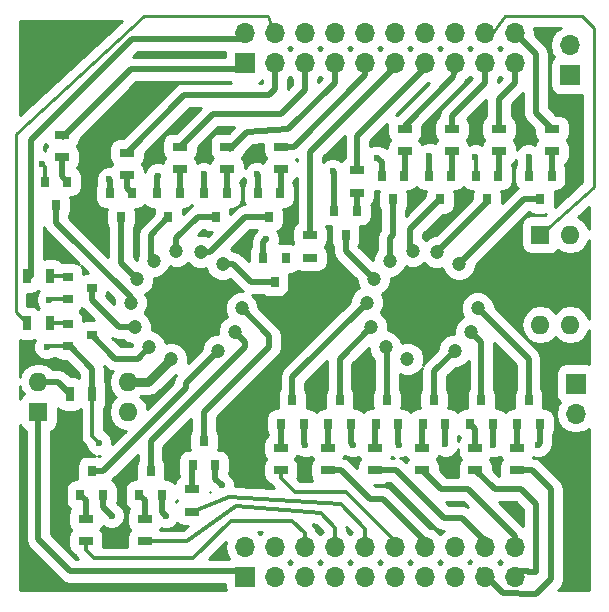
<source format=gbr>
G04 #@! TF.FileFunction,Copper,L1,Top,Signal*
%FSLAX46Y46*%
G04 Gerber Fmt 4.6, Leading zero omitted, Abs format (unit mm)*
G04 Created by KiCad (PCBNEW 4.0.4-stable) date 11/20/17 14:55:23*
%MOMM*%
%LPD*%
G01*
G04 APERTURE LIST*
%ADD10C,0.100000*%
%ADD11C,1.200000*%
%ADD12R,1.700000X1.700000*%
%ADD13O,1.700000X1.700000*%
%ADD14R,1.600000X1.600000*%
%ADD15O,1.600000X1.600000*%
%ADD16R,0.800000X0.900000*%
%ADD17R,0.900000X0.800000*%
%ADD18R,1.300000X0.700000*%
%ADD19R,0.700000X1.300000*%
%ADD20C,0.600000*%
%ADD21C,0.500000*%
%ADD22C,0.300000*%
%ADD23C,0.250000*%
%ADD24C,0.180000*%
%ADD25C,0.800000*%
%ADD26C,0.254000*%
G04 APERTURE END LIST*
D10*
D11*
X127743540Y-103811495D03*
X129119561Y-102228502D03*
X129692750Y-100238739D03*
X128105455Y-96477224D03*
X126274476Y-95480021D03*
X124183854Y-95371404D03*
X122256460Y-96188505D03*
X120876966Y-97751802D03*
X120307250Y-99761261D03*
X120671911Y-101829357D03*
X121894545Y-103522776D03*
X123725524Y-104519979D03*
X107743540Y-103811495D03*
X109119561Y-102228502D03*
X109692750Y-100238739D03*
X108105455Y-96477224D03*
X106274476Y-95480021D03*
X104183854Y-95371404D03*
X102256460Y-96188505D03*
X100876966Y-97751802D03*
X100307250Y-99761261D03*
X100671911Y-101829357D03*
X101894545Y-103522776D03*
X103725524Y-104519979D03*
D12*
X138000000Y-106600000D03*
D13*
X138000000Y-109140000D03*
D14*
X135000000Y-94000000D03*
D15*
X137540000Y-101620000D03*
X137540000Y-94000000D03*
X135000000Y-101620000D03*
D12*
X110000000Y-123000000D03*
D13*
X110000000Y-120460000D03*
X112540000Y-123000000D03*
X112540000Y-120460000D03*
X115080000Y-123000000D03*
X115080000Y-120460000D03*
X117620000Y-123000000D03*
X117620000Y-120460000D03*
X120160000Y-123000000D03*
X120160000Y-120460000D03*
X122700000Y-123000000D03*
X122700000Y-120460000D03*
X125240000Y-123000000D03*
X125240000Y-120460000D03*
X127780000Y-123000000D03*
X127780000Y-120460000D03*
X130320000Y-123000000D03*
X130320000Y-120460000D03*
X132860000Y-123000000D03*
X132860000Y-120460000D03*
D12*
X110000000Y-79500000D03*
D13*
X110000000Y-76960000D03*
X112540000Y-79500000D03*
X112540000Y-76960000D03*
X115080000Y-79500000D03*
X115080000Y-76960000D03*
X117620000Y-79500000D03*
X117620000Y-76960000D03*
X120160000Y-79500000D03*
X120160000Y-76960000D03*
X122700000Y-79500000D03*
X122700000Y-76960000D03*
X125240000Y-79500000D03*
X125240000Y-76960000D03*
X127780000Y-79500000D03*
X127780000Y-76960000D03*
X130320000Y-79500000D03*
X130320000Y-76960000D03*
X132860000Y-79500000D03*
X132860000Y-76960000D03*
D14*
X92500000Y-109000000D03*
D15*
X100120000Y-106460000D03*
X92500000Y-106460000D03*
X100120000Y-109000000D03*
D16*
X121050000Y-110000000D03*
X122950000Y-110000000D03*
X122000000Y-108000000D03*
X119450000Y-92000000D03*
X117550000Y-92000000D03*
X118500000Y-94000000D03*
X117050000Y-110000000D03*
X118950000Y-110000000D03*
X118000000Y-108000000D03*
X113050000Y-110000000D03*
X114950000Y-110000000D03*
X114000000Y-108000000D03*
X123450000Y-89000000D03*
X121550000Y-89000000D03*
X122500000Y-91000000D03*
X127450000Y-89000000D03*
X125550000Y-89000000D03*
X126500000Y-91000000D03*
X131450000Y-89000000D03*
X129550000Y-89000000D03*
X130500000Y-91000000D03*
X135950000Y-89000000D03*
X134050000Y-89000000D03*
X135000000Y-91000000D03*
X133050000Y-110000000D03*
X134950000Y-110000000D03*
X134000000Y-108000000D03*
X129050000Y-110000000D03*
X130950000Y-110000000D03*
X130000000Y-108000000D03*
X125050000Y-110000000D03*
X126950000Y-110000000D03*
X126000000Y-108000000D03*
D17*
X95000000Y-101550000D03*
X95000000Y-103450000D03*
X97000000Y-102500000D03*
D16*
X100450000Y-90500000D03*
X98550000Y-90500000D03*
X99500000Y-92500000D03*
D17*
X95000000Y-97550000D03*
X95000000Y-99450000D03*
X97000000Y-98500000D03*
D16*
X94950000Y-89500000D03*
X93050000Y-89500000D03*
X94000000Y-91500000D03*
X104450000Y-90500000D03*
X102550000Y-90500000D03*
X103500000Y-92500000D03*
X108450000Y-90500000D03*
X106550000Y-90500000D03*
X107500000Y-92500000D03*
X112950000Y-90500000D03*
X111050000Y-90500000D03*
X112000000Y-92500000D03*
X113450000Y-96000000D03*
X111550000Y-96000000D03*
X112500000Y-98000000D03*
X105550000Y-113500000D03*
X107450000Y-113500000D03*
X106500000Y-111500000D03*
X101050000Y-116000000D03*
X102950000Y-116000000D03*
X102000000Y-114000000D03*
X96050000Y-116000000D03*
X97950000Y-116000000D03*
X97000000Y-114000000D03*
D18*
X121000000Y-112050000D03*
X121000000Y-113950000D03*
X113000000Y-112050000D03*
X113000000Y-113950000D03*
X123500000Y-86950000D03*
X123500000Y-85050000D03*
X127500000Y-86950000D03*
X127500000Y-85050000D03*
X131500000Y-86950000D03*
X131500000Y-85050000D03*
X136000000Y-86950000D03*
X136000000Y-85050000D03*
X133000000Y-112050000D03*
X133000000Y-113950000D03*
X129500000Y-112050000D03*
X129500000Y-113950000D03*
X125000000Y-112050000D03*
X125000000Y-113950000D03*
X119500000Y-90450000D03*
X119500000Y-88550000D03*
X117000000Y-112050000D03*
X117000000Y-113950000D03*
D19*
X93450000Y-101500000D03*
X91550000Y-101500000D03*
D18*
X100000000Y-88950000D03*
X100000000Y-87050000D03*
D19*
X93450000Y-97500000D03*
X91550000Y-97500000D03*
D18*
X94500000Y-87450000D03*
X94500000Y-85550000D03*
D19*
X95150000Y-107500000D03*
X97050000Y-107500000D03*
D18*
X104500000Y-88450000D03*
X104500000Y-86550000D03*
X108500000Y-88450000D03*
X108500000Y-86550000D03*
X113000000Y-88450000D03*
X113000000Y-86550000D03*
X115500000Y-95950000D03*
X115500000Y-94050000D03*
X105500000Y-115550000D03*
X105500000Y-117450000D03*
X101500000Y-118050000D03*
X101500000Y-119950000D03*
X96500000Y-118050000D03*
X96500000Y-119950000D03*
D12*
X137500000Y-80500000D03*
D13*
X137500000Y-77960000D03*
D20*
X108000000Y-115200000D03*
X134800000Y-111800000D03*
X131000000Y-111800000D03*
X126950000Y-111750000D03*
X123000000Y-111800000D03*
X119100000Y-111800000D03*
X115100000Y-111800000D03*
X103300000Y-117800000D03*
X98700000Y-117800000D03*
X97600000Y-111600000D03*
X93200000Y-103500000D03*
X93400000Y-99500000D03*
X134000000Y-87400000D03*
X129500000Y-87400000D03*
X125600000Y-87300000D03*
X121200000Y-87500000D03*
X117400000Y-88600000D03*
X111800000Y-94400000D03*
X111000000Y-88900000D03*
X106500000Y-88900000D03*
X102600000Y-89000000D03*
X98500000Y-89300000D03*
X92800000Y-88000000D03*
D21*
X121000000Y-112050000D02*
X121000000Y-110050000D01*
D22*
X121000000Y-110050000D02*
X121050000Y-110000000D01*
D21*
X107450000Y-113500000D02*
X107450000Y-114650000D01*
X107450000Y-114650000D02*
X108000000Y-115200000D01*
X134950000Y-110000000D02*
X134950000Y-111650000D01*
X134950000Y-111650000D02*
X134800000Y-111800000D01*
D22*
X131000000Y-111800000D02*
X130950000Y-111750000D01*
D21*
X130950000Y-111750000D02*
X130950000Y-110000000D01*
X126950000Y-110000000D02*
X126950000Y-111750000D01*
D22*
X126950000Y-111750000D02*
X127000000Y-111800000D01*
D21*
X122950000Y-111750000D02*
X122950000Y-110000000D01*
X123000000Y-111800000D02*
X122950000Y-111750000D01*
X118950000Y-110000000D02*
X118950000Y-111650000D01*
X118950000Y-111650000D02*
X119100000Y-111800000D01*
X114950000Y-111650000D02*
X114950000Y-110000000D01*
X115100000Y-111800000D02*
X114950000Y-111650000D01*
X102950000Y-116000000D02*
X102950000Y-117450000D01*
X102950000Y-117450000D02*
X103300000Y-117800000D01*
D22*
X97050000Y-107500000D02*
X97050000Y-111050000D01*
D21*
X97950000Y-117050000D02*
X97950000Y-116000000D01*
X98700000Y-117800000D02*
X97950000Y-117050000D01*
D22*
X97050000Y-111050000D02*
X97600000Y-111600000D01*
D21*
X95000000Y-103450000D02*
X95150000Y-103450000D01*
X95150000Y-103450000D02*
X97050000Y-105350000D01*
X97050000Y-105350000D02*
X97050000Y-107500000D01*
D22*
X95000000Y-103450000D02*
X93250000Y-103450000D01*
X93250000Y-103450000D02*
X93200000Y-103500000D01*
X93450000Y-99450000D02*
X95000000Y-99450000D01*
X93400000Y-99500000D02*
X93450000Y-99450000D01*
D21*
X134050000Y-89000000D02*
X134050000Y-87450000D01*
X134050000Y-87450000D02*
X134000000Y-87400000D01*
D22*
X129550000Y-87450000D02*
X129550000Y-89000000D01*
X129500000Y-87400000D02*
X129550000Y-87450000D01*
D21*
X125550000Y-89000000D02*
X125550000Y-87350000D01*
X125550000Y-87350000D02*
X125600000Y-87300000D01*
X121550000Y-87850000D02*
X121550000Y-89000000D01*
X121200000Y-87500000D02*
X121550000Y-87850000D01*
X117550000Y-92000000D02*
X117550000Y-88750000D01*
X117550000Y-88750000D02*
X117400000Y-88600000D01*
X111800000Y-94400000D02*
X111550000Y-94650000D01*
X111550000Y-94650000D02*
X111550000Y-96000000D01*
X111050000Y-90500000D02*
X111050000Y-88950000D01*
X111050000Y-88950000D02*
X111000000Y-88900000D01*
X106550000Y-88950000D02*
X106550000Y-90500000D01*
X106500000Y-88900000D02*
X106550000Y-88950000D01*
X102550000Y-90500000D02*
X102550000Y-89050000D01*
X102550000Y-89050000D02*
X102600000Y-89000000D01*
D22*
X93050000Y-89500000D02*
X93050000Y-88250000D01*
D21*
X98550000Y-89350000D02*
X98550000Y-90500000D01*
X98500000Y-89300000D02*
X98550000Y-89350000D01*
D22*
X93050000Y-88250000D02*
X92800000Y-88000000D01*
D21*
X122000000Y-108000000D02*
X122000000Y-103628231D01*
X122000000Y-103628231D02*
X121894545Y-103522776D01*
X119500000Y-90450000D02*
X119500000Y-91950000D01*
D23*
X119500000Y-91950000D02*
X119450000Y-92000000D01*
D21*
X118500000Y-94000000D02*
X118500000Y-95374836D01*
X118500000Y-95374836D02*
X120876966Y-97751802D01*
D22*
X118500000Y-94000000D02*
X118500000Y-94240000D01*
D21*
X117000000Y-112050000D02*
X117000000Y-110050000D01*
D22*
X117000000Y-110050000D02*
X117050000Y-110000000D01*
D21*
X118000000Y-108000000D02*
X118000000Y-104501268D01*
X118000000Y-104501268D02*
X120671911Y-101829357D01*
X113000000Y-112050000D02*
X113000000Y-110050000D01*
D22*
X113000000Y-110050000D02*
X113050000Y-110000000D01*
D21*
X114000000Y-108000000D02*
X114000000Y-106068511D01*
X114000000Y-106068511D02*
X120307250Y-99761261D01*
X123500000Y-86950000D02*
X123500000Y-88950000D01*
D22*
X123500000Y-88950000D02*
X123450000Y-89000000D01*
D21*
X122500000Y-91000000D02*
X122500000Y-94000000D01*
X122256460Y-94243540D02*
X122256460Y-96188505D01*
X122500000Y-94000000D02*
X122256460Y-94243540D01*
X127500000Y-86950000D02*
X127500000Y-88950000D01*
D22*
X127500000Y-88950000D02*
X127450000Y-89000000D01*
D21*
X126500000Y-91000000D02*
X124000000Y-93500000D01*
X124000000Y-93500000D02*
X124000000Y-95187550D01*
X124000000Y-95187550D02*
X124183854Y-95371404D01*
X131500000Y-86950000D02*
X131500000Y-88950000D01*
D22*
X131500000Y-88950000D02*
X131450000Y-89000000D01*
D21*
X130500000Y-91000000D02*
X130500000Y-91254497D01*
X130500000Y-91254497D02*
X126274476Y-95480021D01*
X136000000Y-86950000D02*
X136000000Y-88950000D01*
D22*
X136000000Y-88950000D02*
X135950000Y-89000000D01*
D21*
X135000000Y-91000000D02*
X133582679Y-91000000D01*
X133582679Y-91000000D02*
X128105455Y-96477224D01*
X133000000Y-112050000D02*
X133000000Y-110050000D01*
D22*
X133000000Y-110050000D02*
X133050000Y-110000000D01*
D21*
X134000000Y-108000000D02*
X134000000Y-104545989D01*
X134000000Y-104545989D02*
X129692750Y-100238739D01*
X129500000Y-112050000D02*
X129500000Y-110450000D01*
X129500000Y-110450000D02*
X129050000Y-110000000D01*
X130000000Y-108000000D02*
X130000000Y-103108941D01*
X130000000Y-103108941D02*
X129119561Y-102228502D01*
X125000000Y-112050000D02*
X125000000Y-110050000D01*
D22*
X125000000Y-110050000D02*
X125050000Y-110000000D01*
D21*
X126000000Y-108000000D02*
X126000000Y-105555035D01*
X126000000Y-105555035D02*
X127743540Y-103811495D01*
X92500000Y-109000000D02*
X92500000Y-119800000D01*
X95200000Y-122500000D02*
X110000000Y-122500000D01*
X92500000Y-119800000D02*
X95200000Y-122500000D01*
D22*
X96500000Y-119950000D02*
X96500000Y-120700000D01*
X114000000Y-118200000D02*
X115080000Y-119280000D01*
X108800000Y-118200000D02*
X114000000Y-118200000D01*
X105600000Y-121400000D02*
X108800000Y-118200000D01*
X97200000Y-121400000D02*
X105600000Y-121400000D01*
X96500000Y-120700000D02*
X97200000Y-121400000D01*
X115080000Y-119280000D02*
X115080000Y-119960000D01*
D24*
X115080000Y-119960000D02*
X115080000Y-119525000D01*
D22*
X117620000Y-119960000D02*
X117620000Y-118820000D01*
X105050000Y-119950000D02*
X101500000Y-119950000D01*
X109200000Y-117000000D02*
X105050000Y-119950000D01*
X116400000Y-117600000D02*
X109200000Y-117000000D01*
X117620000Y-118820000D02*
X116400000Y-117600000D01*
X120160000Y-119960000D02*
X120160000Y-118890000D01*
X120160000Y-118890000D02*
X118110000Y-116840000D01*
X118110000Y-116840000D02*
X108600000Y-116200000D01*
X108600000Y-116200000D02*
X105500000Y-117450000D01*
X113000000Y-113950000D02*
X113000000Y-114600000D01*
X118540000Y-115800000D02*
X122700000Y-119960000D01*
X114200000Y-115800000D02*
X118540000Y-115800000D01*
X113000000Y-114600000D02*
X114200000Y-115800000D01*
D21*
X117000000Y-113950000D02*
X118150000Y-113950000D01*
X118150000Y-113950000D02*
X120600000Y-116400000D01*
X120600000Y-116400000D02*
X121680000Y-116400000D01*
X121680000Y-116400000D02*
X125240000Y-119960000D01*
X133000000Y-113950000D02*
X134270000Y-113950000D01*
X134270000Y-113950000D02*
X135890000Y-115570000D01*
X135890000Y-115570000D02*
X135890000Y-123190000D01*
X135890000Y-123190000D02*
X134620000Y-124460000D01*
X134620000Y-124460000D02*
X131870000Y-124370000D01*
X131870000Y-124370000D02*
X129910000Y-122410000D01*
X121000000Y-113950000D02*
X122750000Y-113950000D01*
X122750000Y-113950000D02*
X126800000Y-118000000D01*
X126800000Y-118000000D02*
X128360000Y-118000000D01*
X128360000Y-118000000D02*
X130320000Y-119960000D01*
D24*
X130320000Y-119960000D02*
X130320000Y-119525000D01*
D21*
X132860000Y-122500000D02*
X133930000Y-122500000D01*
X133930000Y-122500000D02*
X133985000Y-122555000D01*
X133985000Y-122555000D02*
X134620000Y-122555000D01*
X134620000Y-122555000D02*
X134620000Y-116840000D01*
X134620000Y-116840000D02*
X133350000Y-115570000D01*
X133350000Y-115570000D02*
X131120000Y-115570000D01*
X131120000Y-115570000D02*
X129500000Y-113950000D01*
D23*
X132667500Y-119332500D02*
X132667500Y-120267500D01*
X132667500Y-120267500D02*
X132860000Y-120460000D01*
D24*
X132860000Y-119960000D02*
X132860000Y-119525000D01*
D21*
X132860000Y-119525000D02*
X132667500Y-119332500D01*
X132667500Y-119332500D02*
X128905000Y-115570000D01*
X126620000Y-115570000D02*
X125000000Y-113950000D01*
X128905000Y-115570000D02*
X126620000Y-115570000D01*
D22*
X94615000Y-85725000D02*
X94500000Y-85550000D01*
D21*
X100340000Y-80000000D02*
X94615000Y-85725000D01*
X110000000Y-80000000D02*
X100340000Y-80000000D01*
X110000000Y-77460000D02*
X100440000Y-77460000D01*
X100440000Y-77460000D02*
X91900000Y-86000000D01*
X91900000Y-86000000D02*
X91900000Y-97500000D01*
D22*
X91900000Y-97500000D02*
X91550000Y-97500000D01*
D21*
X112540000Y-79500000D02*
X112540000Y-81660000D01*
X104850000Y-82200000D02*
X100000000Y-87050000D01*
X112000000Y-82200000D02*
X104850000Y-82200000D01*
X112540000Y-81660000D02*
X112000000Y-82200000D01*
D22*
X112540000Y-77460000D02*
X112540000Y-77340000D01*
D23*
X112540000Y-77340000D02*
X111900000Y-75500000D01*
X90600000Y-100550000D02*
X91550000Y-101500000D01*
X90600000Y-85500000D02*
X90600000Y-100550000D01*
X101400000Y-75500000D02*
X90600000Y-85500000D01*
X111900000Y-75500000D02*
X101400000Y-75500000D01*
D21*
X115080000Y-79500000D02*
X115080000Y-81720000D01*
X107250000Y-83800000D02*
X104500000Y-86550000D01*
X113000000Y-83800000D02*
X107250000Y-83800000D01*
X115080000Y-81720000D02*
X113000000Y-83800000D01*
D22*
X115080000Y-80000000D02*
X114945000Y-80000000D01*
D21*
X117620000Y-80000000D02*
X117620000Y-81135000D01*
X117620000Y-81135000D02*
X113665000Y-85090000D01*
X113665000Y-85090000D02*
X110185000Y-85315000D01*
X110185000Y-85315000D02*
X108725000Y-86775000D01*
X120160000Y-80000000D02*
X120160000Y-80500000D01*
X114110000Y-86550000D02*
X113000000Y-86550000D01*
X120160000Y-80500000D02*
X114110000Y-86550000D01*
D24*
X122700000Y-80000000D02*
X122500000Y-80000000D01*
D21*
X122500000Y-80000000D02*
X115500000Y-87000000D01*
X115500000Y-87000000D02*
X115500000Y-94050000D01*
D23*
X125240000Y-80000000D02*
X125105000Y-80000000D01*
D21*
X125105000Y-80000000D02*
X119500000Y-85605000D01*
X119500000Y-85605000D02*
X119500000Y-88550000D01*
D23*
X123500000Y-85050000D02*
X123500000Y-84780000D01*
D21*
X123500000Y-84780000D02*
X127635000Y-80645000D01*
X127635000Y-80645000D02*
X127780000Y-80000000D01*
X127500000Y-85050000D02*
X127500000Y-83955000D01*
X127500000Y-83955000D02*
X130320000Y-81135000D01*
X130320000Y-81135000D02*
X130320000Y-80000000D01*
D24*
X130320000Y-77460000D02*
X130540000Y-77460000D01*
D23*
X130540000Y-77460000D02*
X132000000Y-75500000D01*
X139500000Y-90000000D02*
X135000000Y-94000000D01*
X139500000Y-76500000D02*
X139500000Y-90000000D01*
X138500000Y-75500000D02*
X139500000Y-76500000D01*
X132000000Y-75500000D02*
X138500000Y-75500000D01*
D21*
X131500000Y-85050000D02*
X131500000Y-82495000D01*
X131500000Y-82495000D02*
X132860000Y-81135000D01*
X132860000Y-81135000D02*
X132860000Y-80000000D01*
D23*
X132860000Y-77460000D02*
X133340000Y-77460000D01*
D21*
X133340000Y-77460000D02*
X134620000Y-78740000D01*
X134620000Y-83670000D02*
X136000000Y-85050000D01*
X134620000Y-78740000D02*
X134620000Y-83670000D01*
D22*
X93450000Y-101500000D02*
X94950000Y-101500000D01*
X94950000Y-101500000D02*
X95000000Y-101550000D01*
D21*
X97000000Y-102500000D02*
X99000000Y-104500000D01*
X99000000Y-104500000D02*
X100917321Y-104500000D01*
X100917321Y-104500000D02*
X101894545Y-103522776D01*
X100000000Y-88950000D02*
X100000000Y-90050000D01*
X100000000Y-90050000D02*
X100450000Y-90500000D01*
X99500000Y-92500000D02*
X99500000Y-96374836D01*
X99500000Y-96374836D02*
X100876966Y-97751802D01*
D22*
X93450000Y-97500000D02*
X94950000Y-97500000D01*
X94950000Y-97500000D02*
X95000000Y-97550000D01*
D21*
X97000000Y-98500000D02*
X97000000Y-99500000D01*
X97000000Y-99500000D02*
X99329357Y-101829357D01*
X99329357Y-101829357D02*
X100671911Y-101829357D01*
X94500000Y-87450000D02*
X94500000Y-89050000D01*
X94500000Y-89050000D02*
X94950000Y-89500000D01*
X94000000Y-91500000D02*
X94000000Y-93000000D01*
X94000000Y-93000000D02*
X100307250Y-99307250D01*
D22*
X100307250Y-99307250D02*
X100307250Y-99761261D01*
D21*
X104500000Y-88450000D02*
X104500000Y-90450000D01*
D22*
X104500000Y-90450000D02*
X104450000Y-90500000D01*
D21*
X103500000Y-92500000D02*
X102000000Y-94000000D01*
X102000000Y-94000000D02*
X102000000Y-95932045D01*
D22*
X102000000Y-95932045D02*
X102256460Y-96188505D01*
D21*
X108500000Y-88450000D02*
X108500000Y-90450000D01*
D22*
X108500000Y-90450000D02*
X108450000Y-90500000D01*
D21*
X107500000Y-92500000D02*
X106000000Y-92500000D01*
X106000000Y-92500000D02*
X104183854Y-94316146D01*
X104183854Y-94316146D02*
X104183854Y-95371404D01*
X113000000Y-88450000D02*
X113000000Y-90450000D01*
D22*
X113000000Y-90450000D02*
X112950000Y-90500000D01*
D21*
X106274476Y-95480021D02*
X107019979Y-95480021D01*
X107019979Y-95480021D02*
X110000000Y-92500000D01*
X110000000Y-92500000D02*
X112000000Y-92500000D01*
X108105455Y-96477224D02*
X108977224Y-96477224D01*
X108977224Y-96477224D02*
X110500000Y-98000000D01*
X110500000Y-98000000D02*
X112500000Y-98000000D01*
X105500000Y-115550000D02*
X105500000Y-113550000D01*
D22*
X105500000Y-113550000D02*
X105550000Y-113500000D01*
D21*
X106500000Y-111500000D02*
X106500000Y-109000000D01*
X106500000Y-109000000D02*
X112000000Y-103500000D01*
X112000000Y-103500000D02*
X112000000Y-102545989D01*
X112000000Y-102545989D02*
X109692750Y-100238739D01*
X101500000Y-118050000D02*
X101500000Y-116450000D01*
X101500000Y-116450000D02*
X101050000Y-116000000D01*
X102000000Y-114000000D02*
X102000000Y-111500000D01*
X102000000Y-111500000D02*
X110000000Y-103500000D01*
X110000000Y-103500000D02*
X110000000Y-103108941D01*
X110000000Y-103108941D02*
X109119561Y-102228502D01*
X96500000Y-118050000D02*
X96500000Y-116450000D01*
X96500000Y-116450000D02*
X96050000Y-116000000D01*
X97000000Y-114000000D02*
X98000000Y-114000000D01*
X98000000Y-114000000D02*
X105000000Y-107000000D01*
X105000000Y-107000000D02*
X105000000Y-106555035D01*
X105000000Y-106555035D02*
X107743540Y-103811495D01*
X95150000Y-107500000D02*
X95150000Y-107450000D01*
X95150000Y-107450000D02*
X94160000Y-106460000D01*
X94160000Y-106460000D02*
X92500000Y-106460000D01*
D25*
X100120000Y-106460000D02*
X101785503Y-106460000D01*
X101785503Y-106460000D02*
X103725524Y-104519979D01*
D26*
G36*
X91089740Y-110393627D02*
X91368774Y-110584283D01*
X91415000Y-110593644D01*
X91415000Y-119800000D01*
X91497591Y-120215212D01*
X91577571Y-120334910D01*
X91732789Y-120567211D01*
X94432789Y-123267211D01*
X94784789Y-123502410D01*
X95200000Y-123585000D01*
X108298642Y-123585000D01*
X108298642Y-123850000D01*
X108343801Y-124090000D01*
X90910000Y-124090000D01*
X90910000Y-110114302D01*
X91089740Y-110393627D01*
X91089740Y-110393627D01*
G37*
X91089740Y-110393627D02*
X91368774Y-110584283D01*
X91415000Y-110593644D01*
X91415000Y-119800000D01*
X91497591Y-120215212D01*
X91577571Y-120334910D01*
X91732789Y-120567211D01*
X94432789Y-123267211D01*
X94784789Y-123502410D01*
X95200000Y-123585000D01*
X108298642Y-123585000D01*
X108298642Y-123850000D01*
X108343801Y-124090000D01*
X90910000Y-124090000D01*
X90910000Y-110114302D01*
X91089740Y-110393627D01*
G36*
X134268774Y-92234283D02*
X134600000Y-92301358D01*
X135400000Y-92301358D01*
X135483699Y-92285609D01*
X135412786Y-92348642D01*
X134200000Y-92348642D01*
X133890568Y-92406866D01*
X133606373Y-92589740D01*
X133415717Y-92868774D01*
X133348642Y-93200000D01*
X133348642Y-94800000D01*
X133406866Y-95109432D01*
X133589740Y-95393627D01*
X133868774Y-95584283D01*
X134200000Y-95651358D01*
X135800000Y-95651358D01*
X136109432Y-95593134D01*
X136393627Y-95410260D01*
X136494764Y-95262242D01*
X136914313Y-95542575D01*
X137540000Y-95667032D01*
X138165687Y-95542575D01*
X138696120Y-95188152D01*
X139050543Y-94657719D01*
X139090000Y-94459355D01*
X139090000Y-101160645D01*
X139050543Y-100962281D01*
X138696120Y-100431848D01*
X138165687Y-100077425D01*
X137540000Y-99952968D01*
X136914313Y-100077425D01*
X136383880Y-100431848D01*
X136270000Y-100602282D01*
X136156120Y-100431848D01*
X135625687Y-100077425D01*
X135000000Y-99952968D01*
X134374313Y-100077425D01*
X133843880Y-100431848D01*
X133489457Y-100962281D01*
X133365000Y-101587968D01*
X133365000Y-101652032D01*
X133489457Y-102277719D01*
X133843880Y-102808152D01*
X134374313Y-103162575D01*
X135000000Y-103287032D01*
X135625687Y-103162575D01*
X136156120Y-102808152D01*
X136270000Y-102637718D01*
X136383880Y-102808152D01*
X136914313Y-103162575D01*
X137540000Y-103287032D01*
X138165687Y-103162575D01*
X138696120Y-102808152D01*
X139050543Y-102277719D01*
X139090000Y-102079355D01*
X139090000Y-104947243D01*
X138850000Y-104898642D01*
X137150000Y-104898642D01*
X136840568Y-104956866D01*
X136556373Y-105139740D01*
X136365717Y-105418774D01*
X136298642Y-105750000D01*
X136298642Y-107450000D01*
X136356866Y-107759432D01*
X136539740Y-108043627D01*
X136657985Y-108124420D01*
X136410252Y-108495178D01*
X136281989Y-109140000D01*
X136410252Y-109784822D01*
X136775514Y-110331475D01*
X137322167Y-110696737D01*
X137966989Y-110825000D01*
X138033011Y-110825000D01*
X138677833Y-110696737D01*
X139090000Y-110421336D01*
X139090000Y-124090000D01*
X136524422Y-124090000D01*
X136657211Y-123957211D01*
X136816849Y-123718295D01*
X136892409Y-123605212D01*
X136975000Y-123190000D01*
X136975000Y-115570000D01*
X136892409Y-115154788D01*
X136657211Y-114802789D01*
X135037211Y-113182789D01*
X135022646Y-113173057D01*
X134685212Y-112947591D01*
X134621133Y-112934845D01*
X135024775Y-112935197D01*
X135442086Y-112762767D01*
X135761645Y-112443765D01*
X135863717Y-112197949D01*
X135952409Y-112065212D01*
X136035000Y-111650000D01*
X136035000Y-110926531D01*
X136134283Y-110781226D01*
X136201358Y-110450000D01*
X136201358Y-109550000D01*
X136143134Y-109240568D01*
X135960260Y-108956373D01*
X135681226Y-108765717D01*
X135350000Y-108698642D01*
X135201007Y-108698642D01*
X135251358Y-108450000D01*
X135251358Y-107550000D01*
X135193134Y-107240568D01*
X135085000Y-107072523D01*
X135085000Y-104545989D01*
X135002409Y-104130777D01*
X134767211Y-103778778D01*
X131127837Y-100139404D01*
X131127998Y-99954552D01*
X130909993Y-99426939D01*
X130506673Y-99022915D01*
X129979441Y-98803989D01*
X129408563Y-98803491D01*
X128880950Y-99021496D01*
X128476926Y-99424816D01*
X128258000Y-99952048D01*
X128257502Y-100522926D01*
X128437181Y-100957784D01*
X128307761Y-101011259D01*
X127903737Y-101414579D01*
X127684811Y-101941811D01*
X127684432Y-102376443D01*
X127459353Y-102376247D01*
X126931740Y-102594252D01*
X126527716Y-102997572D01*
X126308790Y-103524804D01*
X126308627Y-103711986D01*
X125232789Y-104787824D01*
X125061903Y-105043573D01*
X125160274Y-104806670D01*
X125160772Y-104235792D01*
X124942767Y-103708179D01*
X124539447Y-103304155D01*
X124012215Y-103085229D01*
X123441337Y-103084731D01*
X123291757Y-103146536D01*
X123111788Y-102710976D01*
X122708468Y-102306952D01*
X122181236Y-102088026D01*
X122106686Y-102087961D01*
X122107159Y-101545170D01*
X121889154Y-101017557D01*
X121485834Y-100613533D01*
X121485004Y-100613188D01*
X121523074Y-100575184D01*
X121742000Y-100047952D01*
X121742498Y-99477074D01*
X121555361Y-99024167D01*
X121688766Y-98969045D01*
X122092790Y-98565725D01*
X122311716Y-98038493D01*
X122312078Y-97623554D01*
X122540647Y-97623753D01*
X123068260Y-97405748D01*
X123472284Y-97002428D01*
X123604283Y-96684539D01*
X123897163Y-96806154D01*
X124468041Y-96806652D01*
X124995654Y-96588647D01*
X125174910Y-96409703D01*
X125460553Y-96695845D01*
X125987785Y-96914771D01*
X126558663Y-96915269D01*
X126708243Y-96853464D01*
X126888212Y-97289024D01*
X127291532Y-97693048D01*
X127818764Y-97911974D01*
X128389642Y-97912472D01*
X128917255Y-97694467D01*
X129321279Y-97291147D01*
X129540205Y-96763915D01*
X129540368Y-96576733D01*
X134032101Y-92085000D01*
X134050291Y-92085000D01*
X134268774Y-92234283D01*
X134268774Y-92234283D01*
G37*
X134268774Y-92234283D02*
X134600000Y-92301358D01*
X135400000Y-92301358D01*
X135483699Y-92285609D01*
X135412786Y-92348642D01*
X134200000Y-92348642D01*
X133890568Y-92406866D01*
X133606373Y-92589740D01*
X133415717Y-92868774D01*
X133348642Y-93200000D01*
X133348642Y-94800000D01*
X133406866Y-95109432D01*
X133589740Y-95393627D01*
X133868774Y-95584283D01*
X134200000Y-95651358D01*
X135800000Y-95651358D01*
X136109432Y-95593134D01*
X136393627Y-95410260D01*
X136494764Y-95262242D01*
X136914313Y-95542575D01*
X137540000Y-95667032D01*
X138165687Y-95542575D01*
X138696120Y-95188152D01*
X139050543Y-94657719D01*
X139090000Y-94459355D01*
X139090000Y-101160645D01*
X139050543Y-100962281D01*
X138696120Y-100431848D01*
X138165687Y-100077425D01*
X137540000Y-99952968D01*
X136914313Y-100077425D01*
X136383880Y-100431848D01*
X136270000Y-100602282D01*
X136156120Y-100431848D01*
X135625687Y-100077425D01*
X135000000Y-99952968D01*
X134374313Y-100077425D01*
X133843880Y-100431848D01*
X133489457Y-100962281D01*
X133365000Y-101587968D01*
X133365000Y-101652032D01*
X133489457Y-102277719D01*
X133843880Y-102808152D01*
X134374313Y-103162575D01*
X135000000Y-103287032D01*
X135625687Y-103162575D01*
X136156120Y-102808152D01*
X136270000Y-102637718D01*
X136383880Y-102808152D01*
X136914313Y-103162575D01*
X137540000Y-103287032D01*
X138165687Y-103162575D01*
X138696120Y-102808152D01*
X139050543Y-102277719D01*
X139090000Y-102079355D01*
X139090000Y-104947243D01*
X138850000Y-104898642D01*
X137150000Y-104898642D01*
X136840568Y-104956866D01*
X136556373Y-105139740D01*
X136365717Y-105418774D01*
X136298642Y-105750000D01*
X136298642Y-107450000D01*
X136356866Y-107759432D01*
X136539740Y-108043627D01*
X136657985Y-108124420D01*
X136410252Y-108495178D01*
X136281989Y-109140000D01*
X136410252Y-109784822D01*
X136775514Y-110331475D01*
X137322167Y-110696737D01*
X137966989Y-110825000D01*
X138033011Y-110825000D01*
X138677833Y-110696737D01*
X139090000Y-110421336D01*
X139090000Y-124090000D01*
X136524422Y-124090000D01*
X136657211Y-123957211D01*
X136816849Y-123718295D01*
X136892409Y-123605212D01*
X136975000Y-123190000D01*
X136975000Y-115570000D01*
X136892409Y-115154788D01*
X136657211Y-114802789D01*
X135037211Y-113182789D01*
X135022646Y-113173057D01*
X134685212Y-112947591D01*
X134621133Y-112934845D01*
X135024775Y-112935197D01*
X135442086Y-112762767D01*
X135761645Y-112443765D01*
X135863717Y-112197949D01*
X135952409Y-112065212D01*
X136035000Y-111650000D01*
X136035000Y-110926531D01*
X136134283Y-110781226D01*
X136201358Y-110450000D01*
X136201358Y-109550000D01*
X136143134Y-109240568D01*
X135960260Y-108956373D01*
X135681226Y-108765717D01*
X135350000Y-108698642D01*
X135201007Y-108698642D01*
X135251358Y-108450000D01*
X135251358Y-107550000D01*
X135193134Y-107240568D01*
X135085000Y-107072523D01*
X135085000Y-104545989D01*
X135002409Y-104130777D01*
X134767211Y-103778778D01*
X131127837Y-100139404D01*
X131127998Y-99954552D01*
X130909993Y-99426939D01*
X130506673Y-99022915D01*
X129979441Y-98803989D01*
X129408563Y-98803491D01*
X128880950Y-99021496D01*
X128476926Y-99424816D01*
X128258000Y-99952048D01*
X128257502Y-100522926D01*
X128437181Y-100957784D01*
X128307761Y-101011259D01*
X127903737Y-101414579D01*
X127684811Y-101941811D01*
X127684432Y-102376443D01*
X127459353Y-102376247D01*
X126931740Y-102594252D01*
X126527716Y-102997572D01*
X126308790Y-103524804D01*
X126308627Y-103711986D01*
X125232789Y-104787824D01*
X125061903Y-105043573D01*
X125160274Y-104806670D01*
X125160772Y-104235792D01*
X124942767Y-103708179D01*
X124539447Y-103304155D01*
X124012215Y-103085229D01*
X123441337Y-103084731D01*
X123291757Y-103146536D01*
X123111788Y-102710976D01*
X122708468Y-102306952D01*
X122181236Y-102088026D01*
X122106686Y-102087961D01*
X122107159Y-101545170D01*
X121889154Y-101017557D01*
X121485834Y-100613533D01*
X121485004Y-100613188D01*
X121523074Y-100575184D01*
X121742000Y-100047952D01*
X121742498Y-99477074D01*
X121555361Y-99024167D01*
X121688766Y-98969045D01*
X122092790Y-98565725D01*
X122311716Y-98038493D01*
X122312078Y-97623554D01*
X122540647Y-97623753D01*
X123068260Y-97405748D01*
X123472284Y-97002428D01*
X123604283Y-96684539D01*
X123897163Y-96806154D01*
X124468041Y-96806652D01*
X124995654Y-96588647D01*
X125174910Y-96409703D01*
X125460553Y-96695845D01*
X125987785Y-96914771D01*
X126558663Y-96915269D01*
X126708243Y-96853464D01*
X126888212Y-97289024D01*
X127291532Y-97693048D01*
X127818764Y-97911974D01*
X128389642Y-97912472D01*
X128917255Y-97694467D01*
X129321279Y-97291147D01*
X129540205Y-96763915D01*
X129540368Y-96576733D01*
X134032101Y-92085000D01*
X134050291Y-92085000D01*
X134268774Y-92234283D01*
G36*
X124048525Y-121684486D02*
X124116641Y-121730000D01*
X124048525Y-121775514D01*
X123970000Y-121893035D01*
X123891475Y-121775514D01*
X123823359Y-121730000D01*
X123891475Y-121684486D01*
X123970000Y-121566965D01*
X124048525Y-121684486D01*
X124048525Y-121684486D01*
G37*
X124048525Y-121684486D02*
X124116641Y-121730000D01*
X124048525Y-121775514D01*
X123970000Y-121893035D01*
X123891475Y-121775514D01*
X123823359Y-121730000D01*
X123891475Y-121684486D01*
X123970000Y-121566965D01*
X124048525Y-121684486D01*
G36*
X131668525Y-121684486D02*
X131736641Y-121730000D01*
X131668525Y-121775514D01*
X131590000Y-121893035D01*
X131511475Y-121775514D01*
X131443359Y-121730000D01*
X131511475Y-121684486D01*
X131590000Y-121566965D01*
X131668525Y-121684486D01*
X131668525Y-121684486D01*
G37*
X131668525Y-121684486D02*
X131736641Y-121730000D01*
X131668525Y-121775514D01*
X131590000Y-121893035D01*
X131511475Y-121775514D01*
X131443359Y-121730000D01*
X131511475Y-121684486D01*
X131590000Y-121566965D01*
X131668525Y-121684486D01*
G36*
X126588525Y-121684486D02*
X126656641Y-121730000D01*
X126588525Y-121775514D01*
X126510000Y-121893035D01*
X126431475Y-121775514D01*
X126363359Y-121730000D01*
X126431475Y-121684486D01*
X126510000Y-121566965D01*
X126588525Y-121684486D01*
X126588525Y-121684486D01*
G37*
X126588525Y-121684486D02*
X126656641Y-121730000D01*
X126588525Y-121775514D01*
X126510000Y-121893035D01*
X126431475Y-121775514D01*
X126363359Y-121730000D01*
X126431475Y-121684486D01*
X126510000Y-121566965D01*
X126588525Y-121684486D01*
G36*
X121508525Y-121684486D02*
X121576641Y-121730000D01*
X121508525Y-121775514D01*
X121430000Y-121893035D01*
X121351475Y-121775514D01*
X121283359Y-121730000D01*
X121351475Y-121684486D01*
X121430000Y-121566965D01*
X121508525Y-121684486D01*
X121508525Y-121684486D01*
G37*
X121508525Y-121684486D02*
X121576641Y-121730000D01*
X121508525Y-121775514D01*
X121430000Y-121893035D01*
X121351475Y-121775514D01*
X121283359Y-121730000D01*
X121351475Y-121684486D01*
X121430000Y-121566965D01*
X121508525Y-121684486D01*
G36*
X118968525Y-121684486D02*
X119036641Y-121730000D01*
X118968525Y-121775514D01*
X118890000Y-121893035D01*
X118811475Y-121775514D01*
X118743359Y-121730000D01*
X118811475Y-121684486D01*
X118890000Y-121566965D01*
X118968525Y-121684486D01*
X118968525Y-121684486D01*
G37*
X118968525Y-121684486D02*
X119036641Y-121730000D01*
X118968525Y-121775514D01*
X118890000Y-121893035D01*
X118811475Y-121775514D01*
X118743359Y-121730000D01*
X118811475Y-121684486D01*
X118890000Y-121566965D01*
X118968525Y-121684486D01*
G36*
X116428525Y-121684486D02*
X116496641Y-121730000D01*
X116428525Y-121775514D01*
X116350000Y-121893035D01*
X116271475Y-121775514D01*
X116203359Y-121730000D01*
X116271475Y-121684486D01*
X116350000Y-121566965D01*
X116428525Y-121684486D01*
X116428525Y-121684486D01*
G37*
X116428525Y-121684486D02*
X116496641Y-121730000D01*
X116428525Y-121775514D01*
X116350000Y-121893035D01*
X116271475Y-121775514D01*
X116203359Y-121730000D01*
X116271475Y-121684486D01*
X116350000Y-121566965D01*
X116428525Y-121684486D01*
G36*
X113888525Y-121684486D02*
X113956641Y-121730000D01*
X113888525Y-121775514D01*
X113810000Y-121893035D01*
X113731475Y-121775514D01*
X113663359Y-121730000D01*
X113731475Y-121684486D01*
X113810000Y-121566965D01*
X113888525Y-121684486D01*
X113888525Y-121684486D01*
G37*
X113888525Y-121684486D02*
X113956641Y-121730000D01*
X113888525Y-121775514D01*
X113810000Y-121893035D01*
X113731475Y-121775514D01*
X113663359Y-121730000D01*
X113731475Y-121684486D01*
X113810000Y-121566965D01*
X113888525Y-121684486D01*
G36*
X129121727Y-121674311D02*
X129012790Y-121837347D01*
X128971475Y-121775514D01*
X128903359Y-121730000D01*
X128971475Y-121684486D01*
X129050000Y-121566965D01*
X129121727Y-121674311D01*
X129121727Y-121674311D01*
G37*
X129121727Y-121674311D02*
X129012790Y-121837347D01*
X128971475Y-121775514D01*
X128903359Y-121730000D01*
X128971475Y-121684486D01*
X129050000Y-121566965D01*
X129121727Y-121674311D01*
G36*
X94189740Y-108743627D02*
X94468774Y-108934283D01*
X94800000Y-109001358D01*
X95500000Y-109001358D01*
X95809432Y-108943134D01*
X96065000Y-108778681D01*
X96065000Y-111050000D01*
X96139979Y-111426943D01*
X96353500Y-111746500D01*
X96488059Y-111881060D01*
X96637233Y-112242086D01*
X96956235Y-112561645D01*
X97286159Y-112698642D01*
X96600000Y-112698642D01*
X96290568Y-112756866D01*
X96006373Y-112939740D01*
X95815717Y-113218774D01*
X95748642Y-113550000D01*
X95748642Y-114450000D01*
X95795428Y-114698642D01*
X95650000Y-114698642D01*
X95340568Y-114756866D01*
X95056373Y-114939740D01*
X94865717Y-115218774D01*
X94798642Y-115550000D01*
X94798642Y-116450000D01*
X94856866Y-116759432D01*
X95039740Y-117043627D01*
X95208905Y-117159212D01*
X95065717Y-117368774D01*
X94998642Y-117700000D01*
X94998642Y-118400000D01*
X95056866Y-118709432D01*
X95239740Y-118993627D01*
X95249269Y-119000138D01*
X95065717Y-119268774D01*
X94998642Y-119600000D01*
X94998642Y-120300000D01*
X95056866Y-120609432D01*
X95239740Y-120893627D01*
X95518774Y-121084283D01*
X95606793Y-121102107D01*
X95803500Y-121396500D01*
X95822000Y-121415000D01*
X95649422Y-121415000D01*
X93585000Y-119350578D01*
X93585000Y-110597731D01*
X93609432Y-110593134D01*
X93893627Y-110410260D01*
X94084283Y-110131226D01*
X94151358Y-109800000D01*
X94151358Y-108683980D01*
X94189740Y-108743627D01*
X94189740Y-108743627D01*
G37*
X94189740Y-108743627D02*
X94468774Y-108934283D01*
X94800000Y-109001358D01*
X95500000Y-109001358D01*
X95809432Y-108943134D01*
X96065000Y-108778681D01*
X96065000Y-111050000D01*
X96139979Y-111426943D01*
X96353500Y-111746500D01*
X96488059Y-111881060D01*
X96637233Y-112242086D01*
X96956235Y-112561645D01*
X97286159Y-112698642D01*
X96600000Y-112698642D01*
X96290568Y-112756866D01*
X96006373Y-112939740D01*
X95815717Y-113218774D01*
X95748642Y-113550000D01*
X95748642Y-114450000D01*
X95795428Y-114698642D01*
X95650000Y-114698642D01*
X95340568Y-114756866D01*
X95056373Y-114939740D01*
X94865717Y-115218774D01*
X94798642Y-115550000D01*
X94798642Y-116450000D01*
X94856866Y-116759432D01*
X95039740Y-117043627D01*
X95208905Y-117159212D01*
X95065717Y-117368774D01*
X94998642Y-117700000D01*
X94998642Y-118400000D01*
X95056866Y-118709432D01*
X95239740Y-118993627D01*
X95249269Y-119000138D01*
X95065717Y-119268774D01*
X94998642Y-119600000D01*
X94998642Y-120300000D01*
X95056866Y-120609432D01*
X95239740Y-120893627D01*
X95518774Y-121084283D01*
X95606793Y-121102107D01*
X95803500Y-121396500D01*
X95822000Y-121415000D01*
X95649422Y-121415000D01*
X93585000Y-119350578D01*
X93585000Y-110597731D01*
X93609432Y-110593134D01*
X93893627Y-110410260D01*
X94084283Y-110131226D01*
X94151358Y-109800000D01*
X94151358Y-108683980D01*
X94189740Y-108743627D01*
G36*
X108315000Y-120426989D02*
X108315000Y-120493011D01*
X108443263Y-121137833D01*
X108628460Y-121415000D01*
X106978000Y-121415000D01*
X108401655Y-119991345D01*
X108315000Y-120426989D01*
X108315000Y-120426989D01*
G37*
X108315000Y-120426989D02*
X108315000Y-120493011D01*
X108443263Y-121137833D01*
X108628460Y-121415000D01*
X106978000Y-121415000D01*
X108401655Y-119991345D01*
X108315000Y-120426989D01*
G36*
X100915000Y-113073469D02*
X100815717Y-113218774D01*
X100748642Y-113550000D01*
X100748642Y-114450000D01*
X100795428Y-114698642D01*
X100650000Y-114698642D01*
X100340568Y-114756866D01*
X100056373Y-114939740D01*
X99865717Y-115218774D01*
X99798642Y-115550000D01*
X99798642Y-116450000D01*
X99856866Y-116759432D01*
X100039740Y-117043627D01*
X100208905Y-117159212D01*
X100065717Y-117368774D01*
X99998642Y-117700000D01*
X99998642Y-118400000D01*
X100056866Y-118709432D01*
X100239740Y-118993627D01*
X100249269Y-119000138D01*
X100065717Y-119268774D01*
X99998642Y-119600000D01*
X99998642Y-120300000D01*
X100020281Y-120415000D01*
X97978070Y-120415000D01*
X98001358Y-120300000D01*
X98001358Y-119600000D01*
X97943134Y-119290568D01*
X97760260Y-119006373D01*
X97750731Y-118999862D01*
X97934283Y-118731226D01*
X97949729Y-118654953D01*
X98056235Y-118761645D01*
X98473244Y-118934803D01*
X98924775Y-118935197D01*
X99342086Y-118762767D01*
X99661645Y-118443765D01*
X99834803Y-118026756D01*
X99835197Y-117575225D01*
X99662767Y-117157914D01*
X99343765Y-116838355D01*
X99222369Y-116787947D01*
X99147985Y-116713563D01*
X99201358Y-116450000D01*
X99201358Y-115550000D01*
X99143134Y-115240568D01*
X98960260Y-114956373D01*
X98724844Y-114795520D01*
X98767211Y-114767211D01*
X100915000Y-112619422D01*
X100915000Y-113073469D01*
X100915000Y-113073469D01*
G37*
X100915000Y-113073469D02*
X100815717Y-113218774D01*
X100748642Y-113550000D01*
X100748642Y-114450000D01*
X100795428Y-114698642D01*
X100650000Y-114698642D01*
X100340568Y-114756866D01*
X100056373Y-114939740D01*
X99865717Y-115218774D01*
X99798642Y-115550000D01*
X99798642Y-116450000D01*
X99856866Y-116759432D01*
X100039740Y-117043627D01*
X100208905Y-117159212D01*
X100065717Y-117368774D01*
X99998642Y-117700000D01*
X99998642Y-118400000D01*
X100056866Y-118709432D01*
X100239740Y-118993627D01*
X100249269Y-119000138D01*
X100065717Y-119268774D01*
X99998642Y-119600000D01*
X99998642Y-120300000D01*
X100020281Y-120415000D01*
X97978070Y-120415000D01*
X98001358Y-120300000D01*
X98001358Y-119600000D01*
X97943134Y-119290568D01*
X97760260Y-119006373D01*
X97750731Y-118999862D01*
X97934283Y-118731226D01*
X97949729Y-118654953D01*
X98056235Y-118761645D01*
X98473244Y-118934803D01*
X98924775Y-118935197D01*
X99342086Y-118762767D01*
X99661645Y-118443765D01*
X99834803Y-118026756D01*
X99835197Y-117575225D01*
X99662767Y-117157914D01*
X99343765Y-116838355D01*
X99222369Y-116787947D01*
X99147985Y-116713563D01*
X99201358Y-116450000D01*
X99201358Y-115550000D01*
X99143134Y-115240568D01*
X98960260Y-114956373D01*
X98724844Y-114795520D01*
X98767211Y-114767211D01*
X100915000Y-112619422D01*
X100915000Y-113073469D01*
G36*
X126032789Y-118767211D02*
X126384788Y-119002409D01*
X126800000Y-119085000D01*
X126813785Y-119085000D01*
X126588525Y-119235514D01*
X126510000Y-119353035D01*
X126431475Y-119235514D01*
X125884822Y-118870252D01*
X125634977Y-118820555D01*
X122447211Y-115632789D01*
X122420904Y-115615211D01*
X122095212Y-115397591D01*
X121680000Y-115315000D01*
X121049422Y-115315000D01*
X120885780Y-115151358D01*
X121650000Y-115151358D01*
X121959432Y-115093134D01*
X122049775Y-115035000D01*
X122300578Y-115035000D01*
X126032789Y-118767211D01*
X126032789Y-118767211D01*
G37*
X126032789Y-118767211D02*
X126384788Y-119002409D01*
X126800000Y-119085000D01*
X126813785Y-119085000D01*
X126588525Y-119235514D01*
X126510000Y-119353035D01*
X126431475Y-119235514D01*
X125884822Y-118870252D01*
X125634977Y-118820555D01*
X122447211Y-115632789D01*
X122420904Y-115615211D01*
X122095212Y-115397591D01*
X121680000Y-115315000D01*
X121049422Y-115315000D01*
X120885780Y-115151358D01*
X121650000Y-115151358D01*
X121959432Y-115093134D01*
X122049775Y-115035000D01*
X122300578Y-115035000D01*
X126032789Y-118767211D01*
G36*
X111348525Y-119235514D02*
X111270000Y-119353035D01*
X111191475Y-119235514D01*
X111115875Y-119185000D01*
X111424125Y-119185000D01*
X111348525Y-119235514D01*
X111348525Y-119235514D01*
G37*
X111348525Y-119235514D02*
X111270000Y-119353035D01*
X111191475Y-119235514D01*
X111115875Y-119185000D01*
X111424125Y-119185000D01*
X111348525Y-119235514D01*
G36*
X115958634Y-118551634D02*
X116556802Y-119149802D01*
X116428525Y-119235514D01*
X116350000Y-119353035D01*
X116271475Y-119235514D01*
X116023146Y-119069586D01*
X115990021Y-118903057D01*
X115776500Y-118583500D01*
X115725180Y-118532180D01*
X115958634Y-118551634D01*
X115958634Y-118551634D01*
G37*
X115958634Y-118551634D02*
X116556802Y-119149802D01*
X116428525Y-119235514D01*
X116350000Y-119353035D01*
X116271475Y-119235514D01*
X116023146Y-119069586D01*
X115990021Y-118903057D01*
X115776500Y-118583500D01*
X115725180Y-118532180D01*
X115958634Y-118551634D01*
G36*
X119054840Y-119177840D02*
X118968525Y-119235514D01*
X118890000Y-119353035D01*
X118811475Y-119235514D01*
X118605000Y-119097552D01*
X118605000Y-118820000D01*
X118582156Y-118705156D01*
X119054840Y-119177840D01*
X119054840Y-119177840D01*
G37*
X119054840Y-119177840D02*
X118968525Y-119235514D01*
X118890000Y-119353035D01*
X118811475Y-119235514D01*
X118605000Y-119097552D01*
X118605000Y-118820000D01*
X118582156Y-118705156D01*
X119054840Y-119177840D01*
G36*
X104518774Y-118584283D02*
X104850000Y-118651358D01*
X105176807Y-118651358D01*
X104735582Y-118965000D01*
X102774552Y-118965000D01*
X102856640Y-118844861D01*
X103073244Y-118934803D01*
X103524775Y-118935197D01*
X103942086Y-118762767D01*
X104261645Y-118443765D01*
X104273022Y-118416367D01*
X104518774Y-118584283D01*
X104518774Y-118584283D01*
G37*
X104518774Y-118584283D02*
X104850000Y-118651358D01*
X105176807Y-118651358D01*
X104735582Y-118965000D01*
X102774552Y-118965000D01*
X102856640Y-118844861D01*
X103073244Y-118934803D01*
X103524775Y-118935197D01*
X103942086Y-118762767D01*
X104261645Y-118443765D01*
X104273022Y-118416367D01*
X104518774Y-118584283D01*
G36*
X133535000Y-117289422D02*
X133535000Y-118665578D01*
X131524422Y-116655000D01*
X132900578Y-116655000D01*
X133535000Y-117289422D01*
X133535000Y-117289422D01*
G37*
X133535000Y-117289422D02*
X133535000Y-118665578D01*
X131524422Y-116655000D01*
X132900578Y-116655000D01*
X133535000Y-117289422D01*
G36*
X128844397Y-117043819D02*
X128775212Y-116997591D01*
X128360000Y-116915000D01*
X127249422Y-116915000D01*
X126989422Y-116655000D01*
X128455578Y-116655000D01*
X128844397Y-117043819D01*
X128844397Y-117043819D01*
G37*
X128844397Y-117043819D02*
X128775212Y-116997591D01*
X128360000Y-116915000D01*
X127249422Y-116915000D01*
X126989422Y-116655000D01*
X128455578Y-116655000D01*
X128844397Y-117043819D01*
G36*
X104239740Y-116493627D02*
X104249269Y-116500138D01*
X104166748Y-116620911D01*
X104201358Y-116450000D01*
X104201358Y-116433980D01*
X104239740Y-116493627D01*
X104239740Y-116493627D01*
G37*
X104239740Y-116493627D02*
X104249269Y-116500138D01*
X104166748Y-116620911D01*
X104201358Y-116450000D01*
X104201358Y-116433980D01*
X104239740Y-116493627D01*
G36*
X107011024Y-115778654D02*
X107001358Y-115782552D01*
X107001358Y-115755262D01*
X107011024Y-115778654D01*
X107011024Y-115778654D01*
G37*
X107011024Y-115778654D02*
X107001358Y-115782552D01*
X107001358Y-115755262D01*
X107011024Y-115778654D01*
G36*
X117150000Y-93301358D02*
X117298993Y-93301358D01*
X117248642Y-93550000D01*
X117248642Y-94450000D01*
X117306866Y-94759432D01*
X117415000Y-94927477D01*
X117415000Y-95374836D01*
X117497591Y-95790048D01*
X117679312Y-96062013D01*
X117732789Y-96142047D01*
X119441879Y-97851137D01*
X119441718Y-98035989D01*
X119628855Y-98488896D01*
X119495450Y-98544018D01*
X119091426Y-98947338D01*
X118872500Y-99474570D01*
X118872337Y-99661752D01*
X113232789Y-105301300D01*
X112997591Y-105653299D01*
X112915000Y-106068511D01*
X112915000Y-107073469D01*
X112815717Y-107218774D01*
X112748642Y-107550000D01*
X112748642Y-108450000D01*
X112795428Y-108698642D01*
X112650000Y-108698642D01*
X112340568Y-108756866D01*
X112056373Y-108939740D01*
X111865717Y-109218774D01*
X111798642Y-109550000D01*
X111798642Y-110450000D01*
X111856866Y-110759432D01*
X111915000Y-110849775D01*
X111915000Y-110987667D01*
X111756373Y-111089740D01*
X111565717Y-111368774D01*
X111498642Y-111700000D01*
X111498642Y-112400000D01*
X111556866Y-112709432D01*
X111739740Y-112993627D01*
X111749269Y-113000138D01*
X111565717Y-113268774D01*
X111498642Y-113600000D01*
X111498642Y-114300000D01*
X111556866Y-114609432D01*
X111739740Y-114893627D01*
X112018774Y-115084283D01*
X112184067Y-115117756D01*
X112303500Y-115296500D01*
X112480951Y-115473951D01*
X109134958Y-115248773D01*
X109135197Y-114975225D01*
X108962767Y-114557914D01*
X108643765Y-114238355D01*
X108643027Y-114238048D01*
X108701358Y-113950000D01*
X108701358Y-113050000D01*
X108643134Y-112740568D01*
X108460260Y-112456373D01*
X108181226Y-112265717D01*
X107850000Y-112198642D01*
X107701007Y-112198642D01*
X107751358Y-111950000D01*
X107751358Y-111050000D01*
X107693134Y-110740568D01*
X107585000Y-110572523D01*
X107585000Y-109449422D01*
X112767211Y-104267211D01*
X113002410Y-103915211D01*
X113085000Y-103500000D01*
X113085000Y-102545989D01*
X113002409Y-102130777D01*
X112767211Y-101778778D01*
X111127837Y-100139404D01*
X111127998Y-99954552D01*
X110909993Y-99426939D01*
X110568650Y-99085000D01*
X111550291Y-99085000D01*
X111768774Y-99234283D01*
X112100000Y-99301358D01*
X112900000Y-99301358D01*
X113209432Y-99243134D01*
X113493627Y-99060260D01*
X113684283Y-98781226D01*
X113751358Y-98450000D01*
X113751358Y-97550000D01*
X113704572Y-97301358D01*
X113850000Y-97301358D01*
X114159432Y-97243134D01*
X114443627Y-97060260D01*
X114456354Y-97041633D01*
X114518774Y-97084283D01*
X114850000Y-97151358D01*
X116150000Y-97151358D01*
X116459432Y-97093134D01*
X116743627Y-96910260D01*
X116934283Y-96631226D01*
X117001358Y-96300000D01*
X117001358Y-95600000D01*
X116943134Y-95290568D01*
X116760260Y-95006373D01*
X116750731Y-94999862D01*
X116934283Y-94731226D01*
X117001358Y-94400000D01*
X117001358Y-93700000D01*
X116943134Y-93390568D01*
X116846133Y-93239823D01*
X117150000Y-93301358D01*
X117150000Y-93301358D01*
G37*
X117150000Y-93301358D02*
X117298993Y-93301358D01*
X117248642Y-93550000D01*
X117248642Y-94450000D01*
X117306866Y-94759432D01*
X117415000Y-94927477D01*
X117415000Y-95374836D01*
X117497591Y-95790048D01*
X117679312Y-96062013D01*
X117732789Y-96142047D01*
X119441879Y-97851137D01*
X119441718Y-98035989D01*
X119628855Y-98488896D01*
X119495450Y-98544018D01*
X119091426Y-98947338D01*
X118872500Y-99474570D01*
X118872337Y-99661752D01*
X113232789Y-105301300D01*
X112997591Y-105653299D01*
X112915000Y-106068511D01*
X112915000Y-107073469D01*
X112815717Y-107218774D01*
X112748642Y-107550000D01*
X112748642Y-108450000D01*
X112795428Y-108698642D01*
X112650000Y-108698642D01*
X112340568Y-108756866D01*
X112056373Y-108939740D01*
X111865717Y-109218774D01*
X111798642Y-109550000D01*
X111798642Y-110450000D01*
X111856866Y-110759432D01*
X111915000Y-110849775D01*
X111915000Y-110987667D01*
X111756373Y-111089740D01*
X111565717Y-111368774D01*
X111498642Y-111700000D01*
X111498642Y-112400000D01*
X111556866Y-112709432D01*
X111739740Y-112993627D01*
X111749269Y-113000138D01*
X111565717Y-113268774D01*
X111498642Y-113600000D01*
X111498642Y-114300000D01*
X111556866Y-114609432D01*
X111739740Y-114893627D01*
X112018774Y-115084283D01*
X112184067Y-115117756D01*
X112303500Y-115296500D01*
X112480951Y-115473951D01*
X109134958Y-115248773D01*
X109135197Y-114975225D01*
X108962767Y-114557914D01*
X108643765Y-114238355D01*
X108643027Y-114238048D01*
X108701358Y-113950000D01*
X108701358Y-113050000D01*
X108643134Y-112740568D01*
X108460260Y-112456373D01*
X108181226Y-112265717D01*
X107850000Y-112198642D01*
X107701007Y-112198642D01*
X107751358Y-111950000D01*
X107751358Y-111050000D01*
X107693134Y-110740568D01*
X107585000Y-110572523D01*
X107585000Y-109449422D01*
X112767211Y-104267211D01*
X113002410Y-103915211D01*
X113085000Y-103500000D01*
X113085000Y-102545989D01*
X113002409Y-102130777D01*
X112767211Y-101778778D01*
X111127837Y-100139404D01*
X111127998Y-99954552D01*
X110909993Y-99426939D01*
X110568650Y-99085000D01*
X111550291Y-99085000D01*
X111768774Y-99234283D01*
X112100000Y-99301358D01*
X112900000Y-99301358D01*
X113209432Y-99243134D01*
X113493627Y-99060260D01*
X113684283Y-98781226D01*
X113751358Y-98450000D01*
X113751358Y-97550000D01*
X113704572Y-97301358D01*
X113850000Y-97301358D01*
X114159432Y-97243134D01*
X114443627Y-97060260D01*
X114456354Y-97041633D01*
X114518774Y-97084283D01*
X114850000Y-97151358D01*
X116150000Y-97151358D01*
X116459432Y-97093134D01*
X116743627Y-96910260D01*
X116934283Y-96631226D01*
X117001358Y-96300000D01*
X117001358Y-95600000D01*
X116943134Y-95290568D01*
X116760260Y-95006373D01*
X116750731Y-94999862D01*
X116934283Y-94731226D01*
X117001358Y-94400000D01*
X117001358Y-93700000D01*
X116943134Y-93390568D01*
X116846133Y-93239823D01*
X117150000Y-93301358D01*
G36*
X105415000Y-110573469D02*
X105315717Y-110718774D01*
X105248642Y-111050000D01*
X105248642Y-111950000D01*
X105295428Y-112198642D01*
X105150000Y-112198642D01*
X104840568Y-112256866D01*
X104556373Y-112439740D01*
X104365717Y-112718774D01*
X104298642Y-113050000D01*
X104298642Y-113950000D01*
X104356866Y-114259432D01*
X104415000Y-114349775D01*
X104415000Y-114487667D01*
X104256373Y-114589740D01*
X104065717Y-114868774D01*
X104026981Y-115060060D01*
X103960260Y-114956373D01*
X103681226Y-114765717D01*
X103350000Y-114698642D01*
X103201007Y-114698642D01*
X103251358Y-114450000D01*
X103251358Y-113550000D01*
X103193134Y-113240568D01*
X103085000Y-113072523D01*
X103085000Y-111949422D01*
X105415000Y-109619422D01*
X105415000Y-110573469D01*
X105415000Y-110573469D01*
G37*
X105415000Y-110573469D02*
X105315717Y-110718774D01*
X105248642Y-111050000D01*
X105248642Y-111950000D01*
X105295428Y-112198642D01*
X105150000Y-112198642D01*
X104840568Y-112256866D01*
X104556373Y-112439740D01*
X104365717Y-112718774D01*
X104298642Y-113050000D01*
X104298642Y-113950000D01*
X104356866Y-114259432D01*
X104415000Y-114349775D01*
X104415000Y-114487667D01*
X104256373Y-114589740D01*
X104065717Y-114868774D01*
X104026981Y-115060060D01*
X103960260Y-114956373D01*
X103681226Y-114765717D01*
X103350000Y-114698642D01*
X103201007Y-114698642D01*
X103251358Y-114450000D01*
X103251358Y-113550000D01*
X103193134Y-113240568D01*
X103085000Y-113072523D01*
X103085000Y-111949422D01*
X105415000Y-109619422D01*
X105415000Y-110573469D01*
G36*
X114456235Y-112761645D02*
X114873244Y-112934803D01*
X115324775Y-112935197D01*
X115622881Y-112812022D01*
X115739740Y-112993627D01*
X115749269Y-113000138D01*
X115565717Y-113268774D01*
X115498642Y-113600000D01*
X115498642Y-114300000D01*
X115556866Y-114609432D01*
X115689145Y-114815000D01*
X114608000Y-114815000D01*
X114430201Y-114637201D01*
X114434283Y-114631226D01*
X114501358Y-114300000D01*
X114501358Y-113600000D01*
X114443134Y-113290568D01*
X114260260Y-113006373D01*
X114250731Y-112999862D01*
X114430864Y-112736230D01*
X114456235Y-112761645D01*
X114456235Y-112761645D01*
G37*
X114456235Y-112761645D02*
X114873244Y-112934803D01*
X115324775Y-112935197D01*
X115622881Y-112812022D01*
X115739740Y-112993627D01*
X115749269Y-113000138D01*
X115565717Y-113268774D01*
X115498642Y-113600000D01*
X115498642Y-114300000D01*
X115556866Y-114609432D01*
X115689145Y-114815000D01*
X114608000Y-114815000D01*
X114430201Y-114637201D01*
X114434283Y-114631226D01*
X114501358Y-114300000D01*
X114501358Y-113600000D01*
X114443134Y-113290568D01*
X114260260Y-113006373D01*
X114250731Y-112999862D01*
X114430864Y-112736230D01*
X114456235Y-112761645D01*
G36*
X127998642Y-112400000D02*
X128056866Y-112709432D01*
X128239740Y-112993627D01*
X128249269Y-113000138D01*
X128065717Y-113268774D01*
X127998642Y-113600000D01*
X127998642Y-114300000D01*
X128033452Y-114485000D01*
X127069422Y-114485000D01*
X126501358Y-113916936D01*
X126501358Y-113600000D01*
X126443134Y-113290568D01*
X126260260Y-113006373D01*
X126250731Y-112999862D01*
X126416405Y-112757392D01*
X126723244Y-112884803D01*
X127174775Y-112885197D01*
X127592086Y-112712767D01*
X127911645Y-112393765D01*
X127998642Y-112184254D01*
X127998642Y-112400000D01*
X127998642Y-112400000D01*
G37*
X127998642Y-112400000D02*
X128056866Y-112709432D01*
X128239740Y-112993627D01*
X128249269Y-113000138D01*
X128065717Y-113268774D01*
X127998642Y-113600000D01*
X127998642Y-114300000D01*
X128033452Y-114485000D01*
X127069422Y-114485000D01*
X126501358Y-113916936D01*
X126501358Y-113600000D01*
X126443134Y-113290568D01*
X126260260Y-113006373D01*
X126250731Y-112999862D01*
X126416405Y-112757392D01*
X126723244Y-112884803D01*
X127174775Y-112885197D01*
X127592086Y-112712767D01*
X127911645Y-112393765D01*
X127998642Y-112184254D01*
X127998642Y-112400000D01*
G36*
X131739740Y-112993627D02*
X131749269Y-113000138D01*
X131565717Y-113268774D01*
X131498642Y-113600000D01*
X131498642Y-114300000D01*
X131525115Y-114440693D01*
X131001358Y-113916936D01*
X131001358Y-113600000D01*
X130943134Y-113290568D01*
X130760260Y-113006373D01*
X130750731Y-112999862D01*
X130795172Y-112934822D01*
X131224775Y-112935197D01*
X131601877Y-112779381D01*
X131739740Y-112993627D01*
X131739740Y-112993627D01*
G37*
X131739740Y-112993627D02*
X131749269Y-113000138D01*
X131565717Y-113268774D01*
X131498642Y-113600000D01*
X131498642Y-114300000D01*
X131525115Y-114440693D01*
X131001358Y-113916936D01*
X131001358Y-113600000D01*
X130943134Y-113290568D01*
X130760260Y-113006373D01*
X130750731Y-112999862D01*
X130795172Y-112934822D01*
X131224775Y-112935197D01*
X131601877Y-112779381D01*
X131739740Y-112993627D01*
G36*
X118456235Y-112761645D02*
X118873244Y-112934803D01*
X119324775Y-112935197D01*
X119622881Y-112812022D01*
X119739740Y-112993627D01*
X119749269Y-113000138D01*
X119565717Y-113268774D01*
X119498642Y-113600000D01*
X119498642Y-113764220D01*
X118917211Y-113182789D01*
X118902646Y-113173057D01*
X118565212Y-112947591D01*
X118319801Y-112898776D01*
X118430864Y-112736230D01*
X118456235Y-112761645D01*
X118456235Y-112761645D01*
G37*
X118456235Y-112761645D02*
X118873244Y-112934803D01*
X119324775Y-112935197D01*
X119622881Y-112812022D01*
X119739740Y-112993627D01*
X119749269Y-113000138D01*
X119565717Y-113268774D01*
X119498642Y-113600000D01*
X119498642Y-113764220D01*
X118917211Y-113182789D01*
X118902646Y-113173057D01*
X118565212Y-112947591D01*
X118319801Y-112898776D01*
X118430864Y-112736230D01*
X118456235Y-112761645D01*
G36*
X123739740Y-112993627D02*
X123749269Y-113000138D01*
X123580930Y-113246508D01*
X123517211Y-113182789D01*
X123502646Y-113173057D01*
X123165212Y-112947591D01*
X123102366Y-112935090D01*
X123224775Y-112935197D01*
X123601877Y-112779381D01*
X123739740Y-112993627D01*
X123739740Y-112993627D01*
G37*
X123739740Y-112993627D02*
X123749269Y-113000138D01*
X123580930Y-113246508D01*
X123517211Y-113182789D01*
X123502646Y-113173057D01*
X123165212Y-112947591D01*
X123102366Y-112935090D01*
X123224775Y-112935197D01*
X123601877Y-112779381D01*
X123739740Y-112993627D01*
G36*
X134529403Y-112916599D02*
X134334159Y-112877762D01*
X134356640Y-112844861D01*
X134529403Y-112916599D01*
X134529403Y-112916599D01*
G37*
X134529403Y-112916599D02*
X134334159Y-112877762D01*
X134356640Y-112844861D01*
X134529403Y-112916599D01*
G36*
X122605140Y-112865000D02*
X122342879Y-112865000D01*
X122400843Y-112780168D01*
X122605140Y-112865000D01*
X122605140Y-112865000D01*
G37*
X122605140Y-112865000D02*
X122342879Y-112865000D01*
X122400843Y-112780168D01*
X122605140Y-112865000D01*
G36*
X97730463Y-112735115D02*
X97705143Y-112760435D01*
X97579457Y-112734983D01*
X97730463Y-112735115D01*
X97730463Y-112735115D01*
G37*
X97730463Y-112735115D02*
X97705143Y-112760435D01*
X97579457Y-112734983D01*
X97730463Y-112735115D01*
G36*
X98232789Y-105267211D02*
X98584788Y-105502409D01*
X98774042Y-105540054D01*
X98577425Y-105834313D01*
X98452968Y-106460000D01*
X98577425Y-107085687D01*
X98931848Y-107616120D01*
X99102282Y-107730000D01*
X98931848Y-107843880D01*
X98577425Y-108374313D01*
X98452968Y-109000000D01*
X98577425Y-109625687D01*
X98931848Y-110156120D01*
X99462281Y-110510543D01*
X99873282Y-110592296D01*
X98734887Y-111730691D01*
X98735197Y-111375225D01*
X98562767Y-110957914D01*
X98243765Y-110638355D01*
X98035000Y-110551668D01*
X98035000Y-108699709D01*
X98184283Y-108481226D01*
X98251358Y-108150000D01*
X98251358Y-106850000D01*
X98193134Y-106540568D01*
X98135000Y-106450225D01*
X98135000Y-105350000D01*
X98131376Y-105331779D01*
X98090162Y-105124584D01*
X98232789Y-105267211D01*
X98232789Y-105267211D01*
G37*
X98232789Y-105267211D02*
X98584788Y-105502409D01*
X98774042Y-105540054D01*
X98577425Y-105834313D01*
X98452968Y-106460000D01*
X98577425Y-107085687D01*
X98931848Y-107616120D01*
X99102282Y-107730000D01*
X98931848Y-107843880D01*
X98577425Y-108374313D01*
X98452968Y-109000000D01*
X98577425Y-109625687D01*
X98931848Y-110156120D01*
X99462281Y-110510543D01*
X99873282Y-110592296D01*
X98734887Y-111730691D01*
X98735197Y-111375225D01*
X98562767Y-110957914D01*
X98243765Y-110638355D01*
X98035000Y-110551668D01*
X98035000Y-108699709D01*
X98184283Y-108481226D01*
X98251358Y-108150000D01*
X98251358Y-106850000D01*
X98193134Y-106540568D01*
X98135000Y-106450225D01*
X98135000Y-105350000D01*
X98131376Y-105331779D01*
X98090162Y-105124584D01*
X98232789Y-105267211D01*
G36*
X128039740Y-111043627D02*
X128208905Y-111159212D01*
X128065717Y-111368774D01*
X128050862Y-111442129D01*
X128035000Y-111403739D01*
X128035000Y-111036261D01*
X128039740Y-111043627D01*
X128039740Y-111043627D01*
G37*
X128039740Y-111043627D02*
X128208905Y-111159212D01*
X128065717Y-111368774D01*
X128050862Y-111442129D01*
X128035000Y-111403739D01*
X128035000Y-111036261D01*
X128039740Y-111043627D01*
G36*
X128915000Y-107073469D02*
X128815717Y-107218774D01*
X128748642Y-107550000D01*
X128748642Y-108450000D01*
X128795428Y-108698642D01*
X128650000Y-108698642D01*
X128340568Y-108756866D01*
X128056373Y-108939740D01*
X128001363Y-109020249D01*
X127960260Y-108956373D01*
X127681226Y-108765717D01*
X127350000Y-108698642D01*
X127201007Y-108698642D01*
X127251358Y-108450000D01*
X127251358Y-107550000D01*
X127193134Y-107240568D01*
X127085000Y-107072523D01*
X127085000Y-106004457D01*
X127842875Y-105246582D01*
X128027727Y-105246743D01*
X128555340Y-105028738D01*
X128915000Y-104669705D01*
X128915000Y-107073469D01*
X128915000Y-107073469D01*
G37*
X128915000Y-107073469D02*
X128815717Y-107218774D01*
X128748642Y-107550000D01*
X128748642Y-108450000D01*
X128795428Y-108698642D01*
X128650000Y-108698642D01*
X128340568Y-108756866D01*
X128056373Y-108939740D01*
X128001363Y-109020249D01*
X127960260Y-108956373D01*
X127681226Y-108765717D01*
X127350000Y-108698642D01*
X127201007Y-108698642D01*
X127251358Y-108450000D01*
X127251358Y-107550000D01*
X127193134Y-107240568D01*
X127085000Y-107072523D01*
X127085000Y-106004457D01*
X127842875Y-105246582D01*
X128027727Y-105246743D01*
X128555340Y-105028738D01*
X128915000Y-104669705D01*
X128915000Y-107073469D01*
G36*
X124915000Y-105555035D02*
X124915000Y-107073469D01*
X124815717Y-107218774D01*
X124748642Y-107550000D01*
X124748642Y-108450000D01*
X124795428Y-108698642D01*
X124650000Y-108698642D01*
X124340568Y-108756866D01*
X124056373Y-108939740D01*
X124001363Y-109020249D01*
X123960260Y-108956373D01*
X123681226Y-108765717D01*
X123350000Y-108698642D01*
X123201007Y-108698642D01*
X123251358Y-108450000D01*
X123251358Y-107550000D01*
X123193134Y-107240568D01*
X123085000Y-107072523D01*
X123085000Y-105807805D01*
X123438833Y-105954729D01*
X124009711Y-105955227D01*
X124537324Y-105737222D01*
X124941348Y-105333902D01*
X124975205Y-105252366D01*
X124915000Y-105555035D01*
X124915000Y-105555035D01*
G37*
X124915000Y-105555035D02*
X124915000Y-107073469D01*
X124815717Y-107218774D01*
X124748642Y-107550000D01*
X124748642Y-108450000D01*
X124795428Y-108698642D01*
X124650000Y-108698642D01*
X124340568Y-108756866D01*
X124056373Y-108939740D01*
X124001363Y-109020249D01*
X123960260Y-108956373D01*
X123681226Y-108765717D01*
X123350000Y-108698642D01*
X123201007Y-108698642D01*
X123251358Y-108450000D01*
X123251358Y-107550000D01*
X123193134Y-107240568D01*
X123085000Y-107072523D01*
X123085000Y-105807805D01*
X123438833Y-105954729D01*
X124009711Y-105955227D01*
X124537324Y-105737222D01*
X124941348Y-105333902D01*
X124975205Y-105252366D01*
X124915000Y-105555035D01*
G36*
X120459297Y-103806963D02*
X120677302Y-104334576D01*
X120915000Y-104572689D01*
X120915000Y-107073469D01*
X120815717Y-107218774D01*
X120748642Y-107550000D01*
X120748642Y-108450000D01*
X120795428Y-108698642D01*
X120650000Y-108698642D01*
X120340568Y-108756866D01*
X120056373Y-108939740D01*
X120001363Y-109020249D01*
X119960260Y-108956373D01*
X119681226Y-108765717D01*
X119350000Y-108698642D01*
X119201007Y-108698642D01*
X119251358Y-108450000D01*
X119251358Y-107550000D01*
X119193134Y-107240568D01*
X119085000Y-107072523D01*
X119085000Y-104950690D01*
X120459498Y-103576192D01*
X120459297Y-103806963D01*
X120459297Y-103806963D01*
G37*
X120459297Y-103806963D02*
X120677302Y-104334576D01*
X120915000Y-104572689D01*
X120915000Y-107073469D01*
X120815717Y-107218774D01*
X120748642Y-107550000D01*
X120748642Y-108450000D01*
X120795428Y-108698642D01*
X120650000Y-108698642D01*
X120340568Y-108756866D01*
X120056373Y-108939740D01*
X120001363Y-109020249D01*
X119960260Y-108956373D01*
X119681226Y-108765717D01*
X119350000Y-108698642D01*
X119201007Y-108698642D01*
X119251358Y-108450000D01*
X119251358Y-107550000D01*
X119193134Y-107240568D01*
X119085000Y-107072523D01*
X119085000Y-104950690D01*
X120459498Y-103576192D01*
X120459297Y-103806963D01*
G36*
X116915000Y-107073469D02*
X116815717Y-107218774D01*
X116748642Y-107550000D01*
X116748642Y-108450000D01*
X116795428Y-108698642D01*
X116650000Y-108698642D01*
X116340568Y-108756866D01*
X116056373Y-108939740D01*
X116001363Y-109020249D01*
X115960260Y-108956373D01*
X115681226Y-108765717D01*
X115350000Y-108698642D01*
X115201007Y-108698642D01*
X115251358Y-108450000D01*
X115251358Y-107550000D01*
X115193134Y-107240568D01*
X115085000Y-107072523D01*
X115085000Y-106517933D01*
X116915000Y-104687933D01*
X116915000Y-107073469D01*
X116915000Y-107073469D01*
G37*
X116915000Y-107073469D02*
X116815717Y-107218774D01*
X116748642Y-107550000D01*
X116748642Y-108450000D01*
X116795428Y-108698642D01*
X116650000Y-108698642D01*
X116340568Y-108756866D01*
X116056373Y-108939740D01*
X116001363Y-109020249D01*
X115960260Y-108956373D01*
X115681226Y-108765717D01*
X115350000Y-108698642D01*
X115201007Y-108698642D01*
X115251358Y-108450000D01*
X115251358Y-107550000D01*
X115193134Y-107240568D01*
X115085000Y-107072523D01*
X115085000Y-106517933D01*
X116915000Y-104687933D01*
X116915000Y-107073469D01*
G36*
X132915000Y-104995411D02*
X132915000Y-107073469D01*
X132815717Y-107218774D01*
X132748642Y-107550000D01*
X132748642Y-108450000D01*
X132795428Y-108698642D01*
X132650000Y-108698642D01*
X132340568Y-108756866D01*
X132056373Y-108939740D01*
X132001363Y-109020249D01*
X131960260Y-108956373D01*
X131681226Y-108765717D01*
X131350000Y-108698642D01*
X131201007Y-108698642D01*
X131251358Y-108450000D01*
X131251358Y-107550000D01*
X131193134Y-107240568D01*
X131085000Y-107072523D01*
X131085000Y-103165411D01*
X132915000Y-104995411D01*
X132915000Y-104995411D01*
G37*
X132915000Y-104995411D02*
X132915000Y-107073469D01*
X132815717Y-107218774D01*
X132748642Y-107550000D01*
X132748642Y-108450000D01*
X132795428Y-108698642D01*
X132650000Y-108698642D01*
X132340568Y-108756866D01*
X132056373Y-108939740D01*
X132001363Y-109020249D01*
X131960260Y-108956373D01*
X131681226Y-108765717D01*
X131350000Y-108698642D01*
X131201007Y-108698642D01*
X131251358Y-108450000D01*
X131251358Y-107550000D01*
X131193134Y-107240568D01*
X131085000Y-107072523D01*
X131085000Y-103165411D01*
X132915000Y-104995411D01*
G36*
X103997591Y-106139823D02*
X103916107Y-106549471D01*
X101733699Y-108731879D01*
X101662575Y-108374313D01*
X101308152Y-107843880D01*
X101137718Y-107730000D01*
X101190099Y-107695000D01*
X101785503Y-107695000D01*
X102258117Y-107600991D01*
X102658780Y-107333277D01*
X104055925Y-105936132D01*
X104163352Y-105891744D01*
X103997591Y-106139823D01*
X103997591Y-106139823D01*
G37*
X103997591Y-106139823D02*
X103916107Y-106549471D01*
X101733699Y-108731879D01*
X101662575Y-108374313D01*
X101308152Y-107843880D01*
X101137718Y-107730000D01*
X101190099Y-107695000D01*
X101785503Y-107695000D01*
X102258117Y-107600991D01*
X102658780Y-107333277D01*
X104055925Y-105936132D01*
X104163352Y-105891744D01*
X103997591Y-106139823D01*
G36*
X90957425Y-107085687D02*
X91237739Y-107505208D01*
X91106373Y-107589740D01*
X90915717Y-107868774D01*
X90910000Y-107897005D01*
X90910000Y-106847266D01*
X90957425Y-107085687D01*
X90957425Y-107085687D01*
G37*
X90957425Y-107085687D02*
X91237739Y-107505208D01*
X91106373Y-107589740D01*
X90915717Y-107868774D01*
X90910000Y-107897005D01*
X90910000Y-106847266D01*
X90957425Y-107085687D01*
G36*
X91200000Y-103001358D02*
X91900000Y-103001358D01*
X92201664Y-102944596D01*
X92065197Y-103273244D01*
X92064803Y-103724775D01*
X92237233Y-104142086D01*
X92556235Y-104461645D01*
X92973244Y-104634803D01*
X93424775Y-104635197D01*
X93842086Y-104462767D01*
X93869901Y-104435000D01*
X93934189Y-104435000D01*
X93939740Y-104443627D01*
X94218774Y-104634283D01*
X94550000Y-104701358D01*
X94866936Y-104701358D01*
X95965000Y-105799422D01*
X95965000Y-106157121D01*
X95831226Y-106065717D01*
X95500000Y-105998642D01*
X95233064Y-105998642D01*
X94927211Y-105692789D01*
X94868110Y-105653299D01*
X94575212Y-105457591D01*
X94160000Y-105375000D01*
X93735673Y-105375000D01*
X93688152Y-105303880D01*
X93157719Y-104949457D01*
X92532032Y-104825000D01*
X92467968Y-104825000D01*
X91842281Y-104949457D01*
X91311848Y-105303880D01*
X90957425Y-105834313D01*
X90910000Y-106072734D01*
X90910000Y-102942631D01*
X91200000Y-103001358D01*
X91200000Y-103001358D01*
G37*
X91200000Y-103001358D02*
X91900000Y-103001358D01*
X92201664Y-102944596D01*
X92065197Y-103273244D01*
X92064803Y-103724775D01*
X92237233Y-104142086D01*
X92556235Y-104461645D01*
X92973244Y-104634803D01*
X93424775Y-104635197D01*
X93842086Y-104462767D01*
X93869901Y-104435000D01*
X93934189Y-104435000D01*
X93939740Y-104443627D01*
X94218774Y-104634283D01*
X94550000Y-104701358D01*
X94866936Y-104701358D01*
X95965000Y-105799422D01*
X95965000Y-106157121D01*
X95831226Y-106065717D01*
X95500000Y-105998642D01*
X95233064Y-105998642D01*
X94927211Y-105692789D01*
X94868110Y-105653299D01*
X94575212Y-105457591D01*
X94160000Y-105375000D01*
X93735673Y-105375000D01*
X93688152Y-105303880D01*
X93157719Y-104949457D01*
X92532032Y-104825000D01*
X92467968Y-104825000D01*
X91842281Y-104949457D01*
X91311848Y-105303880D01*
X90957425Y-105834313D01*
X90910000Y-106072734D01*
X90910000Y-102942631D01*
X91200000Y-103001358D01*
G36*
X105460553Y-96695845D02*
X105987785Y-96914771D01*
X106558663Y-96915269D01*
X106708243Y-96853464D01*
X106888212Y-97289024D01*
X107291532Y-97693048D01*
X107818764Y-97911974D01*
X108389642Y-97912472D01*
X108735248Y-97769670D01*
X109732789Y-98767211D01*
X109787581Y-98803822D01*
X109408563Y-98803491D01*
X108880950Y-99021496D01*
X108476926Y-99424816D01*
X108258000Y-99952048D01*
X108257502Y-100522926D01*
X108437181Y-100957784D01*
X108307761Y-101011259D01*
X107903737Y-101414579D01*
X107684811Y-101941811D01*
X107684432Y-102376443D01*
X107459353Y-102376247D01*
X106931740Y-102594252D01*
X106527716Y-102997572D01*
X106308790Y-103524804D01*
X106308627Y-103711986D01*
X105122164Y-104898449D01*
X105160274Y-104806670D01*
X105160772Y-104235792D01*
X104942767Y-103708179D01*
X104539447Y-103304155D01*
X104012215Y-103085229D01*
X103441337Y-103084731D01*
X103291757Y-103146536D01*
X103111788Y-102710976D01*
X102708468Y-102306952D01*
X102181236Y-102088026D01*
X102106686Y-102087961D01*
X102107159Y-101545170D01*
X101889154Y-101017557D01*
X101485834Y-100613533D01*
X101485004Y-100613188D01*
X101523074Y-100575184D01*
X101742000Y-100047952D01*
X101742498Y-99477074D01*
X101555361Y-99024167D01*
X101688766Y-98969045D01*
X102092790Y-98565725D01*
X102311716Y-98038493D01*
X102312078Y-97623554D01*
X102540647Y-97623753D01*
X103068260Y-97405748D01*
X103472284Y-97002428D01*
X103604283Y-96684539D01*
X103897163Y-96806154D01*
X104468041Y-96806652D01*
X104995654Y-96588647D01*
X105174910Y-96409703D01*
X105460553Y-96695845D01*
X105460553Y-96695845D01*
G37*
X105460553Y-96695845D02*
X105987785Y-96914771D01*
X106558663Y-96915269D01*
X106708243Y-96853464D01*
X106888212Y-97289024D01*
X107291532Y-97693048D01*
X107818764Y-97911974D01*
X108389642Y-97912472D01*
X108735248Y-97769670D01*
X109732789Y-98767211D01*
X109787581Y-98803822D01*
X109408563Y-98803491D01*
X108880950Y-99021496D01*
X108476926Y-99424816D01*
X108258000Y-99952048D01*
X108257502Y-100522926D01*
X108437181Y-100957784D01*
X108307761Y-101011259D01*
X107903737Y-101414579D01*
X107684811Y-101941811D01*
X107684432Y-102376443D01*
X107459353Y-102376247D01*
X106931740Y-102594252D01*
X106527716Y-102997572D01*
X106308790Y-103524804D01*
X106308627Y-103711986D01*
X105122164Y-104898449D01*
X105160274Y-104806670D01*
X105160772Y-104235792D01*
X104942767Y-103708179D01*
X104539447Y-103304155D01*
X104012215Y-103085229D01*
X103441337Y-103084731D01*
X103291757Y-103146536D01*
X103111788Y-102710976D01*
X102708468Y-102306952D01*
X102181236Y-102088026D01*
X102106686Y-102087961D01*
X102107159Y-101545170D01*
X101889154Y-101017557D01*
X101485834Y-100613533D01*
X101485004Y-100613188D01*
X101523074Y-100575184D01*
X101742000Y-100047952D01*
X101742498Y-99477074D01*
X101555361Y-99024167D01*
X101688766Y-98969045D01*
X102092790Y-98565725D01*
X102311716Y-98038493D01*
X102312078Y-97623554D01*
X102540647Y-97623753D01*
X103068260Y-97405748D01*
X103472284Y-97002428D01*
X103604283Y-96684539D01*
X103897163Y-96806154D01*
X104468041Y-96806652D01*
X104995654Y-96588647D01*
X105174910Y-96409703D01*
X105460553Y-96695845D01*
G36*
X98914145Y-102831766D02*
X99329357Y-102914357D01*
X99727392Y-102914357D01*
X99857988Y-103045181D01*
X100385220Y-103264107D01*
X100459770Y-103264172D01*
X100459639Y-103415000D01*
X99449422Y-103415000D01*
X98769619Y-102735197D01*
X98914145Y-102831766D01*
X98914145Y-102831766D01*
G37*
X98914145Y-102831766D02*
X99329357Y-102914357D01*
X99727392Y-102914357D01*
X99857988Y-103045181D01*
X100385220Y-103264107D01*
X100459770Y-103264172D01*
X100459639Y-103415000D01*
X99449422Y-103415000D01*
X98769619Y-102735197D01*
X98914145Y-102831766D01*
G36*
X96225547Y-100256373D02*
X96232789Y-100267211D01*
X97214220Y-101248642D01*
X96550000Y-101248642D01*
X96301358Y-101295428D01*
X96301358Y-101150000D01*
X96243134Y-100840568D01*
X96060260Y-100556373D01*
X95979751Y-100501363D01*
X96043627Y-100460260D01*
X96204480Y-100224844D01*
X96225547Y-100256373D01*
X96225547Y-100256373D01*
G37*
X96225547Y-100256373D02*
X96232789Y-100267211D01*
X97214220Y-101248642D01*
X96550000Y-101248642D01*
X96301358Y-101295428D01*
X96301358Y-101150000D01*
X96243134Y-100840568D01*
X96060260Y-100556373D01*
X95979751Y-100501363D01*
X96043627Y-100460260D01*
X96204480Y-100224844D01*
X96225547Y-100256373D01*
G36*
X92526202Y-98768541D02*
X92438355Y-98856235D01*
X92265197Y-99273244D01*
X92264803Y-99724775D01*
X92437233Y-100142086D01*
X92523631Y-100228635D01*
X92506373Y-100239740D01*
X92499862Y-100249269D01*
X92231226Y-100065717D01*
X91900000Y-99998642D01*
X91560000Y-99998642D01*
X91560000Y-99001358D01*
X91900000Y-99001358D01*
X92209432Y-98943134D01*
X92493627Y-98760260D01*
X92500138Y-98750731D01*
X92526202Y-98768541D01*
X92526202Y-98768541D01*
G37*
X92526202Y-98768541D02*
X92438355Y-98856235D01*
X92265197Y-99273244D01*
X92264803Y-99724775D01*
X92437233Y-100142086D01*
X92523631Y-100228635D01*
X92506373Y-100239740D01*
X92499862Y-100249269D01*
X92231226Y-100065717D01*
X91900000Y-99998642D01*
X91560000Y-99998642D01*
X91560000Y-99001358D01*
X91900000Y-99001358D01*
X92209432Y-98943134D01*
X92493627Y-98760260D01*
X92500138Y-98750731D01*
X92526202Y-98768541D01*
G36*
X98892348Y-99426770D02*
X98872500Y-99474570D01*
X98872183Y-99837761D01*
X98239565Y-99205143D01*
X98301358Y-98900000D01*
X98301358Y-98835780D01*
X98892348Y-99426770D01*
X98892348Y-99426770D01*
G37*
X98892348Y-99426770D02*
X98872500Y-99474570D01*
X98872183Y-99837761D01*
X98239565Y-99205143D01*
X98301358Y-98900000D01*
X98301358Y-98835780D01*
X98892348Y-99426770D01*
G36*
X96714220Y-97248642D02*
X96550000Y-97248642D01*
X96301358Y-97295428D01*
X96301358Y-97150000D01*
X96243134Y-96840568D01*
X96129404Y-96663826D01*
X96714220Y-97248642D01*
X96714220Y-97248642D01*
G37*
X96714220Y-97248642D02*
X96550000Y-97248642D01*
X96301358Y-97295428D01*
X96301358Y-97150000D01*
X96243134Y-96840568D01*
X96129404Y-96663826D01*
X96714220Y-97248642D01*
G36*
X92997591Y-93415212D02*
X93142971Y-93632789D01*
X93232789Y-93767211D01*
X95939308Y-96473730D01*
X95781226Y-96365717D01*
X95450000Y-96298642D01*
X94550000Y-96298642D01*
X94449614Y-96317531D01*
X94410260Y-96256373D01*
X94131226Y-96065717D01*
X93800000Y-95998642D01*
X93100000Y-95998642D01*
X92985000Y-96020281D01*
X92985000Y-93351913D01*
X92997591Y-93415212D01*
X92997591Y-93415212D01*
G37*
X92997591Y-93415212D02*
X93142971Y-93632789D01*
X93232789Y-93767211D01*
X95939308Y-96473730D01*
X95781226Y-96365717D01*
X95450000Y-96298642D01*
X94550000Y-96298642D01*
X94449614Y-96317531D01*
X94410260Y-96256373D01*
X94131226Y-96065717D01*
X93800000Y-95998642D01*
X93100000Y-95998642D01*
X92985000Y-96020281D01*
X92985000Y-93351913D01*
X92997591Y-93415212D01*
G36*
X110838355Y-93756235D02*
X110787947Y-93877631D01*
X110782789Y-93882789D01*
X110547591Y-94234788D01*
X110465000Y-94650000D01*
X110465000Y-95073469D01*
X110365717Y-95218774D01*
X110298642Y-95550000D01*
X110298642Y-96264220D01*
X109744435Y-95710013D01*
X109666734Y-95658095D01*
X109392436Y-95474815D01*
X109067999Y-95410280D01*
X108919378Y-95261400D01*
X108815963Y-95218459D01*
X110449422Y-93585000D01*
X111009889Y-93585000D01*
X110838355Y-93756235D01*
X110838355Y-93756235D01*
G37*
X110838355Y-93756235D02*
X110787947Y-93877631D01*
X110782789Y-93882789D01*
X110547591Y-94234788D01*
X110465000Y-94650000D01*
X110465000Y-95073469D01*
X110365717Y-95218774D01*
X110298642Y-95550000D01*
X110298642Y-96264220D01*
X109744435Y-95710013D01*
X109666734Y-95658095D01*
X109392436Y-95474815D01*
X109067999Y-95410280D01*
X108919378Y-95261400D01*
X108815963Y-95218459D01*
X110449422Y-93585000D01*
X111009889Y-93585000D01*
X110838355Y-93756235D01*
G36*
X101539740Y-91543627D02*
X101818774Y-91734283D01*
X102150000Y-91801358D01*
X102298993Y-91801358D01*
X102248642Y-92050000D01*
X102248642Y-92216936D01*
X101232789Y-93232789D01*
X100997591Y-93584788D01*
X100915000Y-94000000D01*
X100915000Y-95677147D01*
X100821710Y-95901814D01*
X100821483Y-96161897D01*
X100585000Y-95925414D01*
X100585000Y-93426531D01*
X100684283Y-93281226D01*
X100751358Y-92950000D01*
X100751358Y-92050000D01*
X100704572Y-91801358D01*
X100850000Y-91801358D01*
X101159432Y-91743134D01*
X101443627Y-91560260D01*
X101498637Y-91479751D01*
X101539740Y-91543627D01*
X101539740Y-91543627D01*
G37*
X101539740Y-91543627D02*
X101818774Y-91734283D01*
X102150000Y-91801358D01*
X102298993Y-91801358D01*
X102248642Y-92050000D01*
X102248642Y-92216936D01*
X101232789Y-93232789D01*
X100997591Y-93584788D01*
X100915000Y-94000000D01*
X100915000Y-95677147D01*
X100821710Y-95901814D01*
X100821483Y-96161897D01*
X100585000Y-95925414D01*
X100585000Y-93426531D01*
X100684283Y-93281226D01*
X100751358Y-92950000D01*
X100751358Y-92050000D01*
X100704572Y-91801358D01*
X100850000Y-91801358D01*
X101159432Y-91743134D01*
X101443627Y-91560260D01*
X101498637Y-91479751D01*
X101539740Y-91543627D01*
G36*
X121150000Y-90301358D02*
X121298993Y-90301358D01*
X121248642Y-90550000D01*
X121248642Y-91450000D01*
X121306866Y-91759432D01*
X121415000Y-91927477D01*
X121415000Y-93587451D01*
X121254051Y-93828328D01*
X121171460Y-94243540D01*
X121171460Y-95243986D01*
X121040636Y-95374582D01*
X120821710Y-95901814D01*
X120821483Y-96161897D01*
X119585454Y-94925868D01*
X119684283Y-94781226D01*
X119751358Y-94450000D01*
X119751358Y-93550000D01*
X119704572Y-93301358D01*
X119850000Y-93301358D01*
X120159432Y-93243134D01*
X120443627Y-93060260D01*
X120634283Y-92781226D01*
X120701358Y-92450000D01*
X120701358Y-91550000D01*
X120682469Y-91449614D01*
X120743627Y-91410260D01*
X120934283Y-91131226D01*
X121001358Y-90800000D01*
X121001358Y-90271257D01*
X121150000Y-90301358D01*
X121150000Y-90301358D01*
G37*
X121150000Y-90301358D02*
X121298993Y-90301358D01*
X121248642Y-90550000D01*
X121248642Y-91450000D01*
X121306866Y-91759432D01*
X121415000Y-91927477D01*
X121415000Y-93587451D01*
X121254051Y-93828328D01*
X121171460Y-94243540D01*
X121171460Y-95243986D01*
X121040636Y-95374582D01*
X120821710Y-95901814D01*
X120821483Y-96161897D01*
X119585454Y-94925868D01*
X119684283Y-94781226D01*
X119751358Y-94450000D01*
X119751358Y-93550000D01*
X119704572Y-93301358D01*
X119850000Y-93301358D01*
X120159432Y-93243134D01*
X120443627Y-93060260D01*
X120634283Y-92781226D01*
X120701358Y-92450000D01*
X120701358Y-91550000D01*
X120682469Y-91449614D01*
X120743627Y-91410260D01*
X120934283Y-91131226D01*
X121001358Y-90800000D01*
X121001358Y-90271257D01*
X121150000Y-90301358D01*
G36*
X108790552Y-81115000D02*
X104850000Y-81115000D01*
X104434789Y-81197590D01*
X104082789Y-81432789D01*
X99666936Y-85848642D01*
X99350000Y-85848642D01*
X99040568Y-85906866D01*
X98756373Y-86089740D01*
X98565717Y-86368774D01*
X98498642Y-86700000D01*
X98498642Y-87400000D01*
X98556866Y-87709432D01*
X98739740Y-87993627D01*
X98749269Y-88000138D01*
X98636542Y-88165118D01*
X98275225Y-88164803D01*
X97857914Y-88337233D01*
X97538355Y-88656235D01*
X97365197Y-89073244D01*
X97364803Y-89524775D01*
X97415099Y-89646501D01*
X97365717Y-89718774D01*
X97298642Y-90050000D01*
X97298642Y-90950000D01*
X97356866Y-91259432D01*
X97539740Y-91543627D01*
X97818774Y-91734283D01*
X98150000Y-91801358D01*
X98298993Y-91801358D01*
X98248642Y-92050000D01*
X98248642Y-92950000D01*
X98306866Y-93259432D01*
X98415000Y-93427477D01*
X98415000Y-95880578D01*
X95085000Y-92550578D01*
X95085000Y-92426531D01*
X95184283Y-92281226D01*
X95251358Y-91950000D01*
X95251358Y-91050000D01*
X95204572Y-90801358D01*
X95350000Y-90801358D01*
X95659432Y-90743134D01*
X95943627Y-90560260D01*
X96134283Y-90281226D01*
X96201358Y-89950000D01*
X96201358Y-89050000D01*
X96143134Y-88740568D01*
X95960260Y-88456373D01*
X95791095Y-88340788D01*
X95934283Y-88131226D01*
X96001358Y-87800000D01*
X96001358Y-87100000D01*
X95943134Y-86790568D01*
X95760260Y-86506373D01*
X95750731Y-86499862D01*
X95934283Y-86231226D01*
X96001358Y-85900000D01*
X96001358Y-85873064D01*
X100789422Y-81085000D01*
X108746646Y-81085000D01*
X108790552Y-81115000D01*
X108790552Y-81115000D01*
G37*
X108790552Y-81115000D02*
X104850000Y-81115000D01*
X104434789Y-81197590D01*
X104082789Y-81432789D01*
X99666936Y-85848642D01*
X99350000Y-85848642D01*
X99040568Y-85906866D01*
X98756373Y-86089740D01*
X98565717Y-86368774D01*
X98498642Y-86700000D01*
X98498642Y-87400000D01*
X98556866Y-87709432D01*
X98739740Y-87993627D01*
X98749269Y-88000138D01*
X98636542Y-88165118D01*
X98275225Y-88164803D01*
X97857914Y-88337233D01*
X97538355Y-88656235D01*
X97365197Y-89073244D01*
X97364803Y-89524775D01*
X97415099Y-89646501D01*
X97365717Y-89718774D01*
X97298642Y-90050000D01*
X97298642Y-90950000D01*
X97356866Y-91259432D01*
X97539740Y-91543627D01*
X97818774Y-91734283D01*
X98150000Y-91801358D01*
X98298993Y-91801358D01*
X98248642Y-92050000D01*
X98248642Y-92950000D01*
X98306866Y-93259432D01*
X98415000Y-93427477D01*
X98415000Y-95880578D01*
X95085000Y-92550578D01*
X95085000Y-92426531D01*
X95184283Y-92281226D01*
X95251358Y-91950000D01*
X95251358Y-91050000D01*
X95204572Y-90801358D01*
X95350000Y-90801358D01*
X95659432Y-90743134D01*
X95943627Y-90560260D01*
X96134283Y-90281226D01*
X96201358Y-89950000D01*
X96201358Y-89050000D01*
X96143134Y-88740568D01*
X95960260Y-88456373D01*
X95791095Y-88340788D01*
X95934283Y-88131226D01*
X96001358Y-87800000D01*
X96001358Y-87100000D01*
X95943134Y-86790568D01*
X95760260Y-86506373D01*
X95750731Y-86499862D01*
X95934283Y-86231226D01*
X96001358Y-85900000D01*
X96001358Y-85873064D01*
X100789422Y-81085000D01*
X108746646Y-81085000D01*
X108790552Y-81115000D01*
G36*
X114415000Y-92987667D02*
X114256373Y-93089740D01*
X114065717Y-93368774D01*
X113998642Y-93700000D01*
X113998642Y-94400000D01*
X114056866Y-94709432D01*
X114079878Y-94745193D01*
X113850000Y-94698642D01*
X113050000Y-94698642D01*
X112892660Y-94728248D01*
X112934803Y-94626756D01*
X112935197Y-94175225D01*
X112762767Y-93757914D01*
X112732923Y-93728018D01*
X112993627Y-93560260D01*
X113184283Y-93281226D01*
X113251358Y-92950000D01*
X113251358Y-92050000D01*
X113204572Y-91801358D01*
X113350000Y-91801358D01*
X113659432Y-91743134D01*
X113943627Y-91560260D01*
X114134283Y-91281226D01*
X114201358Y-90950000D01*
X114201358Y-90050000D01*
X114143134Y-89740568D01*
X114085000Y-89650225D01*
X114085000Y-89512333D01*
X114243627Y-89410260D01*
X114415000Y-89159448D01*
X114415000Y-92987667D01*
X114415000Y-92987667D01*
G37*
X114415000Y-92987667D02*
X114256373Y-93089740D01*
X114065717Y-93368774D01*
X113998642Y-93700000D01*
X113998642Y-94400000D01*
X114056866Y-94709432D01*
X114079878Y-94745193D01*
X113850000Y-94698642D01*
X113050000Y-94698642D01*
X112892660Y-94728248D01*
X112934803Y-94626756D01*
X112935197Y-94175225D01*
X112762767Y-93757914D01*
X112732923Y-93728018D01*
X112993627Y-93560260D01*
X113184283Y-93281226D01*
X113251358Y-92950000D01*
X113251358Y-92050000D01*
X113204572Y-91801358D01*
X113350000Y-91801358D01*
X113659432Y-91743134D01*
X113943627Y-91560260D01*
X114134283Y-91281226D01*
X114201358Y-90950000D01*
X114201358Y-90050000D01*
X114143134Y-89740568D01*
X114085000Y-89650225D01*
X114085000Y-89512333D01*
X114243627Y-89410260D01*
X114415000Y-89159448D01*
X114415000Y-92987667D01*
G36*
X128539740Y-90043627D02*
X128818774Y-90234283D01*
X129150000Y-90301358D01*
X129298993Y-90301358D01*
X129248642Y-90550000D01*
X129248642Y-90971433D01*
X126175141Y-94044934D01*
X125990289Y-94044773D01*
X125462676Y-94262778D01*
X125283420Y-94441722D01*
X125085000Y-94242955D01*
X125085000Y-93949422D01*
X126733064Y-92301358D01*
X126900000Y-92301358D01*
X127209432Y-92243134D01*
X127493627Y-92060260D01*
X127684283Y-91781226D01*
X127751358Y-91450000D01*
X127751358Y-90550000D01*
X127704572Y-90301358D01*
X127850000Y-90301358D01*
X128159432Y-90243134D01*
X128443627Y-90060260D01*
X128498637Y-89979751D01*
X128539740Y-90043627D01*
X128539740Y-90043627D01*
G37*
X128539740Y-90043627D02*
X128818774Y-90234283D01*
X129150000Y-90301358D01*
X129298993Y-90301358D01*
X129248642Y-90550000D01*
X129248642Y-90971433D01*
X126175141Y-94044934D01*
X125990289Y-94044773D01*
X125462676Y-94262778D01*
X125283420Y-94441722D01*
X125085000Y-94242955D01*
X125085000Y-93949422D01*
X126733064Y-92301358D01*
X126900000Y-92301358D01*
X127209432Y-92243134D01*
X127493627Y-92060260D01*
X127684283Y-91781226D01*
X127751358Y-91450000D01*
X127751358Y-90550000D01*
X127704572Y-90301358D01*
X127850000Y-90301358D01*
X128159432Y-90243134D01*
X128443627Y-90060260D01*
X128498637Y-89979751D01*
X128539740Y-90043627D01*
G36*
X106768774Y-93734283D02*
X107100000Y-93801358D01*
X107164220Y-93801358D01*
X106814934Y-94150644D01*
X106561167Y-94045271D01*
X105990289Y-94044773D01*
X105989198Y-94045224D01*
X106449422Y-93585000D01*
X106550291Y-93585000D01*
X106768774Y-93734283D01*
X106768774Y-93734283D01*
G37*
X106768774Y-93734283D02*
X107100000Y-93801358D01*
X107164220Y-93801358D01*
X106814934Y-94150644D01*
X106561167Y-94045271D01*
X105990289Y-94044773D01*
X105989198Y-94045224D01*
X106449422Y-93585000D01*
X106550291Y-93585000D01*
X106768774Y-93734283D01*
G36*
X139090000Y-93540645D02*
X139050543Y-93342281D01*
X138696120Y-92811848D01*
X138174079Y-92463033D01*
X139090000Y-91648881D01*
X139090000Y-93540645D01*
X139090000Y-93540645D01*
G37*
X139090000Y-93540645D02*
X139050543Y-93342281D01*
X138696120Y-92811848D01*
X138174079Y-92463033D01*
X139090000Y-91648881D01*
X139090000Y-93540645D01*
G36*
X124539740Y-90043627D02*
X124818774Y-90234283D01*
X125150000Y-90301358D01*
X125298993Y-90301358D01*
X125248642Y-90550000D01*
X125248642Y-90716936D01*
X123585000Y-92380578D01*
X123585000Y-91926531D01*
X123684283Y-91781226D01*
X123751358Y-91450000D01*
X123751358Y-90550000D01*
X123704572Y-90301358D01*
X123850000Y-90301358D01*
X124159432Y-90243134D01*
X124443627Y-90060260D01*
X124498637Y-89979751D01*
X124539740Y-90043627D01*
X124539740Y-90043627D01*
G37*
X124539740Y-90043627D02*
X124818774Y-90234283D01*
X125150000Y-90301358D01*
X125298993Y-90301358D01*
X125248642Y-90550000D01*
X125248642Y-90716936D01*
X123585000Y-92380578D01*
X123585000Y-91926531D01*
X123684283Y-91781226D01*
X123751358Y-91450000D01*
X123751358Y-90550000D01*
X123704572Y-90301358D01*
X123850000Y-90301358D01*
X124159432Y-90243134D01*
X124443627Y-90060260D01*
X124498637Y-89979751D01*
X124539740Y-90043627D01*
G36*
X105532569Y-91532483D02*
X105327195Y-91669709D01*
X105232789Y-91732789D01*
X104751358Y-92214220D01*
X104751358Y-92050000D01*
X104704572Y-91801358D01*
X104850000Y-91801358D01*
X105159432Y-91743134D01*
X105443627Y-91560260D01*
X105498637Y-91479751D01*
X105532569Y-91532483D01*
X105532569Y-91532483D01*
G37*
X105532569Y-91532483D02*
X105327195Y-91669709D01*
X105232789Y-91732789D01*
X104751358Y-92214220D01*
X104751358Y-92050000D01*
X104704572Y-91801358D01*
X104850000Y-91801358D01*
X105159432Y-91743134D01*
X105443627Y-91560260D01*
X105498637Y-91479751D01*
X105532569Y-91532483D01*
G36*
X109965000Y-89367269D02*
X109965000Y-89573469D01*
X109865717Y-89718774D01*
X109798642Y-90050000D01*
X109798642Y-90950000D01*
X109856866Y-91259432D01*
X109961854Y-91422588D01*
X109584788Y-91497591D01*
X109327195Y-91669709D01*
X109232789Y-91732789D01*
X108751358Y-92214220D01*
X108751358Y-92050000D01*
X108704572Y-91801358D01*
X108850000Y-91801358D01*
X109159432Y-91743134D01*
X109443627Y-91560260D01*
X109634283Y-91281226D01*
X109701358Y-90950000D01*
X109701358Y-90050000D01*
X109643134Y-89740568D01*
X109585000Y-89650225D01*
X109585000Y-89512333D01*
X109743627Y-89410260D01*
X109892647Y-89192162D01*
X109965000Y-89367269D01*
X109965000Y-89367269D01*
G37*
X109965000Y-89367269D02*
X109965000Y-89573469D01*
X109865717Y-89718774D01*
X109798642Y-90050000D01*
X109798642Y-90950000D01*
X109856866Y-91259432D01*
X109961854Y-91422588D01*
X109584788Y-91497591D01*
X109327195Y-91669709D01*
X109232789Y-91732789D01*
X108751358Y-92214220D01*
X108751358Y-92050000D01*
X108704572Y-91801358D01*
X108850000Y-91801358D01*
X109159432Y-91743134D01*
X109443627Y-91560260D01*
X109634283Y-91281226D01*
X109701358Y-90950000D01*
X109701358Y-90050000D01*
X109643134Y-89740568D01*
X109585000Y-89650225D01*
X109585000Y-89512333D01*
X109743627Y-89410260D01*
X109892647Y-89192162D01*
X109965000Y-89367269D01*
G36*
X136275514Y-76768525D02*
X135910252Y-77315178D01*
X135781989Y-77960000D01*
X135910252Y-78604822D01*
X136157412Y-78974723D01*
X136056373Y-79039740D01*
X135865717Y-79318774D01*
X135798642Y-79650000D01*
X135798642Y-81350000D01*
X135856866Y-81659432D01*
X136039740Y-81943627D01*
X136318774Y-82134283D01*
X136650000Y-82201358D01*
X138350000Y-82201358D01*
X138540000Y-82165607D01*
X138540000Y-89568896D01*
X136213513Y-91636885D01*
X136251358Y-91450000D01*
X136251358Y-90550000D01*
X136204572Y-90301358D01*
X136350000Y-90301358D01*
X136659432Y-90243134D01*
X136943627Y-90060260D01*
X137134283Y-89781226D01*
X137201358Y-89450000D01*
X137201358Y-88550000D01*
X137143134Y-88240568D01*
X137085000Y-88150225D01*
X137085000Y-88012333D01*
X137243627Y-87910260D01*
X137434283Y-87631226D01*
X137501358Y-87300000D01*
X137501358Y-86600000D01*
X137443134Y-86290568D01*
X137260260Y-86006373D01*
X137250731Y-85999862D01*
X137434283Y-85731226D01*
X137501358Y-85400000D01*
X137501358Y-84700000D01*
X137443134Y-84390568D01*
X137260260Y-84106373D01*
X136981226Y-83915717D01*
X136650000Y-83848642D01*
X136333064Y-83848642D01*
X135705000Y-83220578D01*
X135705000Y-78740000D01*
X135622409Y-78324788D01*
X135387211Y-77972789D01*
X134522176Y-77107754D01*
X134545000Y-76993011D01*
X134545000Y-76926989D01*
X134452110Y-76460000D01*
X136737254Y-76460000D01*
X136275514Y-76768525D01*
X136275514Y-76768525D01*
G37*
X136275514Y-76768525D02*
X135910252Y-77315178D01*
X135781989Y-77960000D01*
X135910252Y-78604822D01*
X136157412Y-78974723D01*
X136056373Y-79039740D01*
X135865717Y-79318774D01*
X135798642Y-79650000D01*
X135798642Y-81350000D01*
X135856866Y-81659432D01*
X136039740Y-81943627D01*
X136318774Y-82134283D01*
X136650000Y-82201358D01*
X138350000Y-82201358D01*
X138540000Y-82165607D01*
X138540000Y-89568896D01*
X136213513Y-91636885D01*
X136251358Y-91450000D01*
X136251358Y-90550000D01*
X136204572Y-90301358D01*
X136350000Y-90301358D01*
X136659432Y-90243134D01*
X136943627Y-90060260D01*
X137134283Y-89781226D01*
X137201358Y-89450000D01*
X137201358Y-88550000D01*
X137143134Y-88240568D01*
X137085000Y-88150225D01*
X137085000Y-88012333D01*
X137243627Y-87910260D01*
X137434283Y-87631226D01*
X137501358Y-87300000D01*
X137501358Y-86600000D01*
X137443134Y-86290568D01*
X137260260Y-86006373D01*
X137250731Y-85999862D01*
X137434283Y-85731226D01*
X137501358Y-85400000D01*
X137501358Y-84700000D01*
X137443134Y-84390568D01*
X137260260Y-84106373D01*
X136981226Y-83915717D01*
X136650000Y-83848642D01*
X136333064Y-83848642D01*
X135705000Y-83220578D01*
X135705000Y-78740000D01*
X135622409Y-78324788D01*
X135387211Y-77972789D01*
X134522176Y-77107754D01*
X134545000Y-76993011D01*
X134545000Y-76926989D01*
X134452110Y-76460000D01*
X136737254Y-76460000D01*
X136275514Y-76768525D01*
G36*
X132965000Y-87867269D02*
X132965000Y-88073469D01*
X132865717Y-88218774D01*
X132798642Y-88550000D01*
X132798642Y-89450000D01*
X132856866Y-89759432D01*
X133039740Y-90043627D01*
X133068826Y-90063501D01*
X132866573Y-90198642D01*
X132815468Y-90232789D01*
X131751358Y-91296899D01*
X131751358Y-90550000D01*
X131704572Y-90301358D01*
X131850000Y-90301358D01*
X132159432Y-90243134D01*
X132443627Y-90060260D01*
X132634283Y-89781226D01*
X132701358Y-89450000D01*
X132701358Y-88550000D01*
X132643134Y-88240568D01*
X132585000Y-88150225D01*
X132585000Y-88012333D01*
X132743627Y-87910260D01*
X132892647Y-87692162D01*
X132965000Y-87867269D01*
X132965000Y-87867269D01*
G37*
X132965000Y-87867269D02*
X132965000Y-88073469D01*
X132865717Y-88218774D01*
X132798642Y-88550000D01*
X132798642Y-89450000D01*
X132856866Y-89759432D01*
X133039740Y-90043627D01*
X133068826Y-90063501D01*
X132866573Y-90198642D01*
X132815468Y-90232789D01*
X131751358Y-91296899D01*
X131751358Y-90550000D01*
X131704572Y-90301358D01*
X131850000Y-90301358D01*
X132159432Y-90243134D01*
X132443627Y-90060260D01*
X132634283Y-89781226D01*
X132701358Y-89450000D01*
X132701358Y-88550000D01*
X132643134Y-88240568D01*
X132585000Y-88150225D01*
X132585000Y-88012333D01*
X132743627Y-87910260D01*
X132892647Y-87692162D01*
X132965000Y-87867269D01*
G36*
X104166936Y-85348642D02*
X103850000Y-85348642D01*
X103540568Y-85406866D01*
X103256373Y-85589740D01*
X103065717Y-85868774D01*
X102998642Y-86200000D01*
X102998642Y-86900000D01*
X103056866Y-87209432D01*
X103239740Y-87493627D01*
X103249269Y-87500138D01*
X103065717Y-87768774D01*
X103029170Y-87949247D01*
X102826756Y-87865197D01*
X102375225Y-87864803D01*
X101957914Y-88037233D01*
X101638355Y-88356235D01*
X101501358Y-88686159D01*
X101501358Y-88600000D01*
X101443134Y-88290568D01*
X101260260Y-88006373D01*
X101250731Y-87999862D01*
X101434283Y-87731226D01*
X101501358Y-87400000D01*
X101501358Y-87083064D01*
X105299422Y-83285000D01*
X106230578Y-83285000D01*
X104166936Y-85348642D01*
X104166936Y-85348642D01*
G37*
X104166936Y-85348642D02*
X103850000Y-85348642D01*
X103540568Y-85406866D01*
X103256373Y-85589740D01*
X103065717Y-85868774D01*
X102998642Y-86200000D01*
X102998642Y-86900000D01*
X103056866Y-87209432D01*
X103239740Y-87493627D01*
X103249269Y-87500138D01*
X103065717Y-87768774D01*
X103029170Y-87949247D01*
X102826756Y-87865197D01*
X102375225Y-87864803D01*
X101957914Y-88037233D01*
X101638355Y-88356235D01*
X101501358Y-88686159D01*
X101501358Y-88600000D01*
X101443134Y-88290568D01*
X101260260Y-88006373D01*
X101250731Y-87999862D01*
X101434283Y-87731226D01*
X101501358Y-87400000D01*
X101501358Y-87083064D01*
X105299422Y-83285000D01*
X106230578Y-83285000D01*
X104166936Y-85348642D01*
G36*
X111498642Y-86900000D02*
X111556866Y-87209432D01*
X111739740Y-87493627D01*
X111749269Y-87500138D01*
X111565717Y-87768774D01*
X111540093Y-87895307D01*
X111226756Y-87765197D01*
X110775225Y-87764803D01*
X110357914Y-87937233D01*
X110038355Y-88256235D01*
X110001358Y-88345333D01*
X110001358Y-88100000D01*
X109943134Y-87790568D01*
X109760260Y-87506373D01*
X109750731Y-87499862D01*
X109934283Y-87231226D01*
X109967569Y-87066853D01*
X110663066Y-86371356D01*
X111498642Y-86317331D01*
X111498642Y-86900000D01*
X111498642Y-86900000D01*
G37*
X111498642Y-86900000D02*
X111556866Y-87209432D01*
X111739740Y-87493627D01*
X111749269Y-87500138D01*
X111565717Y-87768774D01*
X111540093Y-87895307D01*
X111226756Y-87765197D01*
X110775225Y-87764803D01*
X110357914Y-87937233D01*
X110038355Y-88256235D01*
X110001358Y-88345333D01*
X110001358Y-88100000D01*
X109943134Y-87790568D01*
X109760260Y-87506373D01*
X109750731Y-87499862D01*
X109934283Y-87231226D01*
X109967569Y-87066853D01*
X110663066Y-86371356D01*
X111498642Y-86317331D01*
X111498642Y-86900000D01*
G36*
X108616936Y-85348642D02*
X107850000Y-85348642D01*
X107540568Y-85406866D01*
X107256373Y-85589740D01*
X107065717Y-85868774D01*
X106998642Y-86200000D01*
X106998642Y-86900000D01*
X107056866Y-87209432D01*
X107239740Y-87493627D01*
X107249269Y-87500138D01*
X107065717Y-87768774D01*
X107040093Y-87895307D01*
X106726756Y-87765197D01*
X106275225Y-87764803D01*
X105962593Y-87893981D01*
X105943134Y-87790568D01*
X105760260Y-87506373D01*
X105750731Y-87499862D01*
X105934283Y-87231226D01*
X106001358Y-86900000D01*
X106001358Y-86583064D01*
X107699422Y-84885000D01*
X109080578Y-84885000D01*
X108616936Y-85348642D01*
X108616936Y-85348642D01*
G37*
X108616936Y-85348642D02*
X107850000Y-85348642D01*
X107540568Y-85406866D01*
X107256373Y-85589740D01*
X107065717Y-85868774D01*
X106998642Y-86200000D01*
X106998642Y-86900000D01*
X107056866Y-87209432D01*
X107239740Y-87493627D01*
X107249269Y-87500138D01*
X107065717Y-87768774D01*
X107040093Y-87895307D01*
X106726756Y-87765197D01*
X106275225Y-87764803D01*
X105962593Y-87893981D01*
X105943134Y-87790568D01*
X105760260Y-87506373D01*
X105750731Y-87499862D01*
X105934283Y-87231226D01*
X106001358Y-86900000D01*
X106001358Y-86583064D01*
X107699422Y-84885000D01*
X109080578Y-84885000D01*
X108616936Y-85348642D01*
G36*
X118415000Y-87487667D02*
X118256373Y-87589740D01*
X118150262Y-87745038D01*
X118043765Y-87638355D01*
X117626756Y-87465197D01*
X117175225Y-87464803D01*
X116757914Y-87637233D01*
X116585000Y-87809846D01*
X116585000Y-87449422D01*
X118415000Y-85619422D01*
X118415000Y-87487667D01*
X118415000Y-87487667D01*
G37*
X118415000Y-87487667D02*
X118256373Y-87589740D01*
X118150262Y-87745038D01*
X118043765Y-87638355D01*
X117626756Y-87465197D01*
X117175225Y-87464803D01*
X116757914Y-87637233D01*
X116585000Y-87809846D01*
X116585000Y-87449422D01*
X118415000Y-85619422D01*
X118415000Y-87487667D01*
G36*
X114415000Y-87746846D02*
X114316587Y-87593907D01*
X114415000Y-87574332D01*
X114415000Y-87746846D01*
X114415000Y-87746846D01*
G37*
X114415000Y-87746846D02*
X114316587Y-87593907D01*
X114415000Y-87574332D01*
X114415000Y-87746846D01*
G36*
X93239740Y-86493627D02*
X93249269Y-86500138D01*
X93065717Y-86768774D01*
X93044683Y-86872641D01*
X93026756Y-86865197D01*
X92985000Y-86865161D01*
X92985000Y-86449422D01*
X93122692Y-86311730D01*
X93239740Y-86493627D01*
X93239740Y-86493627D01*
G37*
X93239740Y-86493627D02*
X93249269Y-86500138D01*
X93065717Y-86768774D01*
X93044683Y-86872641D01*
X93026756Y-86865197D01*
X92985000Y-86865161D01*
X92985000Y-86449422D01*
X93122692Y-86311730D01*
X93239740Y-86493627D01*
G36*
X133535000Y-83670000D02*
X133617591Y-84085212D01*
X133715846Y-84232261D01*
X133852789Y-84437211D01*
X134498642Y-85083064D01*
X134498642Y-85400000D01*
X134556866Y-85709432D01*
X134739740Y-85993627D01*
X134749269Y-86000138D01*
X134565717Y-86268774D01*
X134540093Y-86395307D01*
X134226756Y-86265197D01*
X133775225Y-86264803D01*
X133357914Y-86437233D01*
X133038355Y-86756235D01*
X133001358Y-86845333D01*
X133001358Y-86600000D01*
X132943134Y-86290568D01*
X132760260Y-86006373D01*
X132750731Y-85999862D01*
X132934283Y-85731226D01*
X133001358Y-85400000D01*
X133001358Y-84700000D01*
X132943134Y-84390568D01*
X132760260Y-84106373D01*
X132585000Y-83986623D01*
X132585000Y-82944422D01*
X133535000Y-81994422D01*
X133535000Y-83670000D01*
X133535000Y-83670000D01*
G37*
X133535000Y-83670000D02*
X133617591Y-84085212D01*
X133715846Y-84232261D01*
X133852789Y-84437211D01*
X134498642Y-85083064D01*
X134498642Y-85400000D01*
X134556866Y-85709432D01*
X134739740Y-85993627D01*
X134749269Y-86000138D01*
X134565717Y-86268774D01*
X134540093Y-86395307D01*
X134226756Y-86265197D01*
X133775225Y-86264803D01*
X133357914Y-86437233D01*
X133038355Y-86756235D01*
X133001358Y-86845333D01*
X133001358Y-86600000D01*
X132943134Y-86290568D01*
X132760260Y-86006373D01*
X132750731Y-85999862D01*
X132934283Y-85731226D01*
X133001358Y-85400000D01*
X133001358Y-84700000D01*
X132943134Y-84390568D01*
X132760260Y-84106373D01*
X132585000Y-83986623D01*
X132585000Y-82944422D01*
X133535000Y-81994422D01*
X133535000Y-83670000D01*
G36*
X121998642Y-84700000D02*
X121998642Y-85400000D01*
X122056866Y-85709432D01*
X122239740Y-85993627D01*
X122249269Y-86000138D01*
X122065717Y-86268774D01*
X121998642Y-86600000D01*
X121998642Y-86693502D01*
X121843765Y-86538355D01*
X121426756Y-86365197D01*
X120975225Y-86364803D01*
X120585000Y-86526041D01*
X120585000Y-86054422D01*
X122013680Y-84625742D01*
X121998642Y-84700000D01*
X121998642Y-84700000D01*
G37*
X121998642Y-84700000D02*
X121998642Y-85400000D01*
X122056866Y-85709432D01*
X122239740Y-85993627D01*
X122249269Y-86000138D01*
X122065717Y-86268774D01*
X121998642Y-86600000D01*
X121998642Y-86693502D01*
X121843765Y-86538355D01*
X121426756Y-86365197D01*
X120975225Y-86364803D01*
X120585000Y-86526041D01*
X120585000Y-86054422D01*
X122013680Y-84625742D01*
X121998642Y-84700000D01*
G36*
X130415000Y-83987667D02*
X130256373Y-84089740D01*
X130065717Y-84368774D01*
X129998642Y-84700000D01*
X129998642Y-85400000D01*
X130056866Y-85709432D01*
X130239740Y-85993627D01*
X130249269Y-86000138D01*
X130065717Y-86268774D01*
X130040093Y-86395307D01*
X129726756Y-86265197D01*
X129275225Y-86264803D01*
X128962593Y-86393981D01*
X128943134Y-86290568D01*
X128760260Y-86006373D01*
X128750731Y-85999862D01*
X128934283Y-85731226D01*
X129001358Y-85400000D01*
X129001358Y-84700000D01*
X128943134Y-84390568D01*
X128808336Y-84181086D01*
X130415000Y-82574422D01*
X130415000Y-83987667D01*
X130415000Y-83987667D01*
G37*
X130415000Y-83987667D02*
X130256373Y-84089740D01*
X130065717Y-84368774D01*
X129998642Y-84700000D01*
X129998642Y-85400000D01*
X130056866Y-85709432D01*
X130239740Y-85993627D01*
X130249269Y-86000138D01*
X130065717Y-86268774D01*
X130040093Y-86395307D01*
X129726756Y-86265197D01*
X129275225Y-86264803D01*
X128962593Y-86393981D01*
X128943134Y-86290568D01*
X128760260Y-86006373D01*
X128750731Y-85999862D01*
X128934283Y-85731226D01*
X129001358Y-85400000D01*
X129001358Y-84700000D01*
X128943134Y-84390568D01*
X128808336Y-84181086D01*
X130415000Y-82574422D01*
X130415000Y-83987667D01*
G36*
X129128525Y-80724486D02*
X129169028Y-80751550D01*
X126732789Y-83187789D01*
X126497591Y-83539788D01*
X126415000Y-83955000D01*
X126415000Y-83987667D01*
X126256373Y-84089740D01*
X126065717Y-84368774D01*
X125998642Y-84700000D01*
X125998642Y-85400000D01*
X126056866Y-85709432D01*
X126239740Y-85993627D01*
X126249269Y-86000138D01*
X126068033Y-86265384D01*
X125826756Y-86165197D01*
X125375225Y-86164803D01*
X124957914Y-86337233D01*
X124952863Y-86342275D01*
X124943134Y-86290568D01*
X124760260Y-86006373D01*
X124750731Y-85999862D01*
X124934283Y-85731226D01*
X125001358Y-85400000D01*
X125001358Y-84813064D01*
X128402211Y-81412211D01*
X128454176Y-81334440D01*
X128521931Y-81269962D01*
X128570652Y-81160121D01*
X128637409Y-81060211D01*
X128655656Y-80968477D01*
X128676438Y-80921623D01*
X128971475Y-80724486D01*
X129050000Y-80606965D01*
X129128525Y-80724486D01*
X129128525Y-80724486D01*
G37*
X129128525Y-80724486D02*
X129169028Y-80751550D01*
X126732789Y-83187789D01*
X126497591Y-83539788D01*
X126415000Y-83955000D01*
X126415000Y-83987667D01*
X126256373Y-84089740D01*
X126065717Y-84368774D01*
X125998642Y-84700000D01*
X125998642Y-85400000D01*
X126056866Y-85709432D01*
X126239740Y-85993627D01*
X126249269Y-86000138D01*
X126068033Y-86265384D01*
X125826756Y-86165197D01*
X125375225Y-86164803D01*
X124957914Y-86337233D01*
X124952863Y-86342275D01*
X124943134Y-86290568D01*
X124760260Y-86006373D01*
X124750731Y-85999862D01*
X124934283Y-85731226D01*
X125001358Y-85400000D01*
X125001358Y-84813064D01*
X128402211Y-81412211D01*
X128454176Y-81334440D01*
X128521931Y-81269962D01*
X128570652Y-81160121D01*
X128637409Y-81060211D01*
X128655656Y-80968477D01*
X128676438Y-80921623D01*
X128971475Y-80724486D01*
X129050000Y-80606965D01*
X129128525Y-80724486D01*
G36*
X90910000Y-83904634D02*
X90910000Y-75910000D01*
X99544205Y-75910000D01*
X90910000Y-83904634D01*
X90910000Y-83904634D01*
G37*
X90910000Y-83904634D02*
X90910000Y-75910000D01*
X99544205Y-75910000D01*
X90910000Y-83904634D01*
G36*
X122896936Y-83848642D02*
X122850000Y-83848642D01*
X122777054Y-83862368D01*
X125466456Y-81172966D01*
X125598971Y-81146607D01*
X122896936Y-83848642D01*
X122896936Y-83848642D01*
G37*
X122896936Y-83848642D02*
X122850000Y-83848642D01*
X122777054Y-83862368D01*
X125466456Y-81172966D01*
X125598971Y-81146607D01*
X122896936Y-83848642D01*
G36*
X113888525Y-80724486D02*
X113995000Y-80795630D01*
X113995000Y-81270578D01*
X113625000Y-81640578D01*
X113625000Y-80795630D01*
X113731475Y-80724486D01*
X113810000Y-80606965D01*
X113888525Y-80724486D01*
X113888525Y-80724486D01*
G37*
X113888525Y-80724486D02*
X113995000Y-80795630D01*
X113995000Y-81270578D01*
X113625000Y-81640578D01*
X113625000Y-80795630D01*
X113731475Y-80724486D01*
X113810000Y-80606965D01*
X113888525Y-80724486D01*
G36*
X111455000Y-81115000D02*
X111203154Y-81115000D01*
X111443627Y-80960260D01*
X111455000Y-80943615D01*
X111455000Y-81115000D01*
X111455000Y-81115000D01*
G37*
X111455000Y-81115000D02*
X111203154Y-81115000D01*
X111443627Y-80960260D01*
X111455000Y-80943615D01*
X111455000Y-81115000D01*
G36*
X116428525Y-80724486D02*
X116469028Y-80751550D01*
X116165000Y-81055578D01*
X116165000Y-80795630D01*
X116271475Y-80724486D01*
X116350000Y-80606965D01*
X116428525Y-80724486D01*
X116428525Y-80724486D01*
G37*
X116428525Y-80724486D02*
X116469028Y-80751550D01*
X116165000Y-81055578D01*
X116165000Y-80795630D01*
X116271475Y-80724486D01*
X116350000Y-80606965D01*
X116428525Y-80724486D01*
G36*
X131668525Y-80724486D02*
X131709028Y-80751550D01*
X131405000Y-81055578D01*
X131405000Y-80795630D01*
X131511475Y-80724486D01*
X131590000Y-80606965D01*
X131668525Y-80724486D01*
X131668525Y-80724486D01*
G37*
X131668525Y-80724486D02*
X131709028Y-80751550D01*
X131405000Y-81055578D01*
X131405000Y-80795630D01*
X131511475Y-80724486D01*
X131590000Y-80606965D01*
X131668525Y-80724486D01*
G36*
X108298642Y-78650000D02*
X108298642Y-78915000D01*
X100519422Y-78915000D01*
X100889422Y-78545000D01*
X108319905Y-78545000D01*
X108298642Y-78650000D01*
X108298642Y-78650000D01*
G37*
X108298642Y-78650000D02*
X108298642Y-78915000D01*
X100519422Y-78915000D01*
X100889422Y-78545000D01*
X108319905Y-78545000D01*
X108298642Y-78650000D01*
G36*
X131668525Y-78184486D02*
X131736641Y-78230000D01*
X131668525Y-78275514D01*
X131590000Y-78393035D01*
X131511475Y-78275514D01*
X131443359Y-78230000D01*
X131511475Y-78184486D01*
X131590000Y-78066965D01*
X131668525Y-78184486D01*
X131668525Y-78184486D01*
G37*
X131668525Y-78184486D02*
X131736641Y-78230000D01*
X131668525Y-78275514D01*
X131590000Y-78393035D01*
X131511475Y-78275514D01*
X131443359Y-78230000D01*
X131511475Y-78184486D01*
X131590000Y-78066965D01*
X131668525Y-78184486D01*
G36*
X129128525Y-78184486D02*
X129196641Y-78230000D01*
X129128525Y-78275514D01*
X129050000Y-78393035D01*
X128971475Y-78275514D01*
X128903359Y-78230000D01*
X128971475Y-78184486D01*
X129050000Y-78066965D01*
X129128525Y-78184486D01*
X129128525Y-78184486D01*
G37*
X129128525Y-78184486D02*
X129196641Y-78230000D01*
X129128525Y-78275514D01*
X129050000Y-78393035D01*
X128971475Y-78275514D01*
X128903359Y-78230000D01*
X128971475Y-78184486D01*
X129050000Y-78066965D01*
X129128525Y-78184486D01*
G36*
X126588525Y-78184486D02*
X126656641Y-78230000D01*
X126588525Y-78275514D01*
X126510000Y-78393035D01*
X126431475Y-78275514D01*
X126363359Y-78230000D01*
X126431475Y-78184486D01*
X126510000Y-78066965D01*
X126588525Y-78184486D01*
X126588525Y-78184486D01*
G37*
X126588525Y-78184486D02*
X126656641Y-78230000D01*
X126588525Y-78275514D01*
X126510000Y-78393035D01*
X126431475Y-78275514D01*
X126363359Y-78230000D01*
X126431475Y-78184486D01*
X126510000Y-78066965D01*
X126588525Y-78184486D01*
G36*
X124048525Y-78184486D02*
X124116641Y-78230000D01*
X124048525Y-78275514D01*
X123970000Y-78393035D01*
X123891475Y-78275514D01*
X123823359Y-78230000D01*
X123891475Y-78184486D01*
X123970000Y-78066965D01*
X124048525Y-78184486D01*
X124048525Y-78184486D01*
G37*
X124048525Y-78184486D02*
X124116641Y-78230000D01*
X124048525Y-78275514D01*
X123970000Y-78393035D01*
X123891475Y-78275514D01*
X123823359Y-78230000D01*
X123891475Y-78184486D01*
X123970000Y-78066965D01*
X124048525Y-78184486D01*
G36*
X121508525Y-78184486D02*
X121576641Y-78230000D01*
X121508525Y-78275514D01*
X121430000Y-78393035D01*
X121351475Y-78275514D01*
X121283359Y-78230000D01*
X121351475Y-78184486D01*
X121430000Y-78066965D01*
X121508525Y-78184486D01*
X121508525Y-78184486D01*
G37*
X121508525Y-78184486D02*
X121576641Y-78230000D01*
X121508525Y-78275514D01*
X121430000Y-78393035D01*
X121351475Y-78275514D01*
X121283359Y-78230000D01*
X121351475Y-78184486D01*
X121430000Y-78066965D01*
X121508525Y-78184486D01*
G36*
X118968525Y-78184486D02*
X119036641Y-78230000D01*
X118968525Y-78275514D01*
X118890000Y-78393035D01*
X118811475Y-78275514D01*
X118743359Y-78230000D01*
X118811475Y-78184486D01*
X118890000Y-78066965D01*
X118968525Y-78184486D01*
X118968525Y-78184486D01*
G37*
X118968525Y-78184486D02*
X119036641Y-78230000D01*
X118968525Y-78275514D01*
X118890000Y-78393035D01*
X118811475Y-78275514D01*
X118743359Y-78230000D01*
X118811475Y-78184486D01*
X118890000Y-78066965D01*
X118968525Y-78184486D01*
G36*
X116428525Y-78184486D02*
X116496641Y-78230000D01*
X116428525Y-78275514D01*
X116350000Y-78393035D01*
X116271475Y-78275514D01*
X116203359Y-78230000D01*
X116271475Y-78184486D01*
X116350000Y-78066965D01*
X116428525Y-78184486D01*
X116428525Y-78184486D01*
G37*
X116428525Y-78184486D02*
X116496641Y-78230000D01*
X116428525Y-78275514D01*
X116350000Y-78393035D01*
X116271475Y-78275514D01*
X116203359Y-78230000D01*
X116271475Y-78184486D01*
X116350000Y-78066965D01*
X116428525Y-78184486D01*
G36*
X113888525Y-78184486D02*
X113956641Y-78230000D01*
X113888525Y-78275514D01*
X113810000Y-78393035D01*
X113731475Y-78275514D01*
X113663359Y-78230000D01*
X113731475Y-78184486D01*
X113810000Y-78066965D01*
X113888525Y-78184486D01*
X113888525Y-78184486D01*
G37*
X113888525Y-78184486D02*
X113956641Y-78230000D01*
X113888525Y-78275514D01*
X113810000Y-78393035D01*
X113731475Y-78275514D01*
X113663359Y-78230000D01*
X113731475Y-78184486D01*
X113810000Y-78066965D01*
X113888525Y-78184486D01*
M02*

</source>
